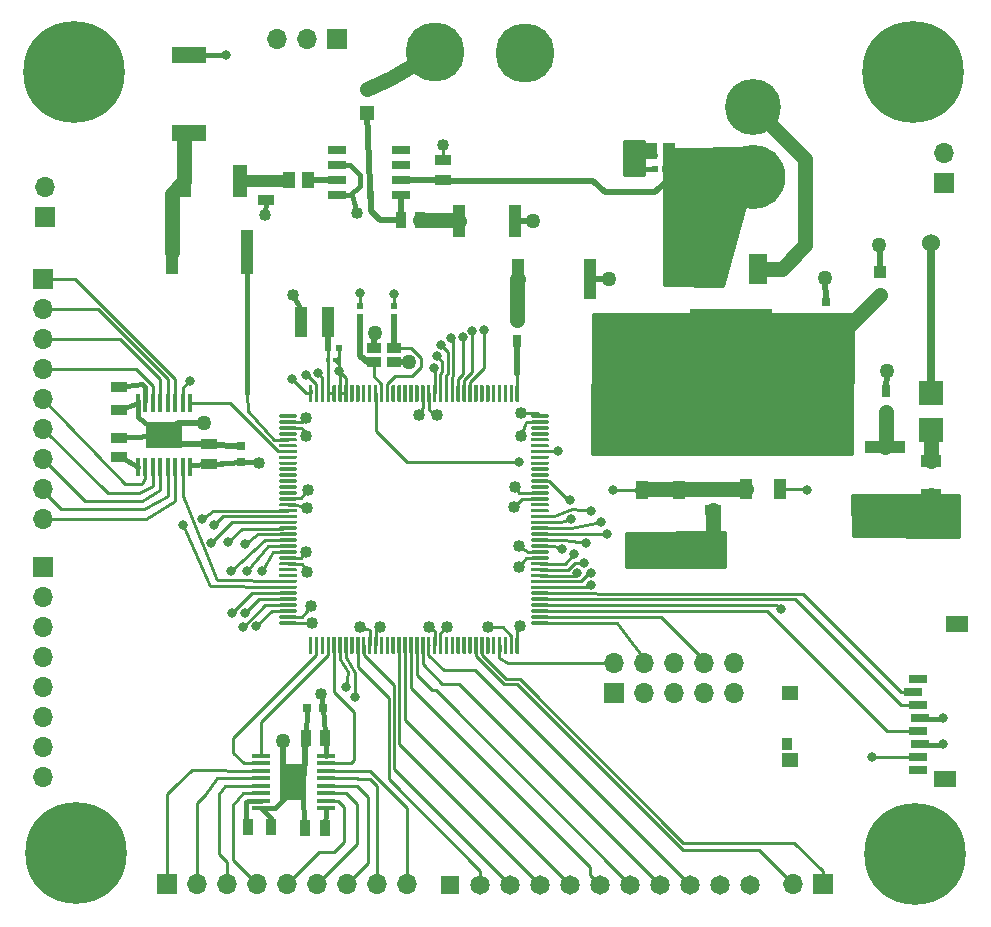
<source format=gbr>
G04 #@! TF.GenerationSoftware,KiCad,Pcbnew,(5.1.10)-1*
G04 #@! TF.CreationDate,2021-10-20T16:57:21-04:00*
G04 #@! TF.ProjectId,Main_Board,4d61696e-5f42-46f6-9172-642e6b696361,rev?*
G04 #@! TF.SameCoordinates,Original*
G04 #@! TF.FileFunction,Copper,L1,Top*
G04 #@! TF.FilePolarity,Positive*
%FSLAX46Y46*%
G04 Gerber Fmt 4.6, Leading zero omitted, Abs format (unit mm)*
G04 Created by KiCad (PCBNEW (5.1.10)-1) date 2021-10-20 16:57:21*
%MOMM*%
%LPD*%
G01*
G04 APERTURE LIST*
G04 #@! TA.AperFunction,ComponentPad*
%ADD10O,1.700000X1.700000*%
G04 #@! TD*
G04 #@! TA.AperFunction,ComponentPad*
%ADD11R,1.700000X1.700000*%
G04 #@! TD*
G04 #@! TA.AperFunction,ComponentPad*
%ADD12C,1.650000*%
G04 #@! TD*
G04 #@! TA.AperFunction,ComponentPad*
%ADD13R,1.650000X1.650000*%
G04 #@! TD*
G04 #@! TA.AperFunction,SMDPad,CuDef*
%ADD14R,2.000000X2.000000*%
G04 #@! TD*
G04 #@! TA.AperFunction,SMDPad,CuDef*
%ADD15R,0.620000X0.600000*%
G04 #@! TD*
G04 #@! TA.AperFunction,SMDPad,CuDef*
%ADD16R,1.000000X3.800000*%
G04 #@! TD*
G04 #@! TA.AperFunction,SMDPad,CuDef*
%ADD17R,1.528000X0.650000*%
G04 #@! TD*
G04 #@! TA.AperFunction,ComponentPad*
%ADD18C,4.740000*%
G04 #@! TD*
G04 #@! TA.AperFunction,ComponentPad*
%ADD19C,5.460000*%
G04 #@! TD*
G04 #@! TA.AperFunction,SMDPad,CuDef*
%ADD20R,1.000000X1.550000*%
G04 #@! TD*
G04 #@! TA.AperFunction,SMDPad,CuDef*
%ADD21R,1.390000X0.910000*%
G04 #@! TD*
G04 #@! TA.AperFunction,SMDPad,CuDef*
%ADD22R,0.910000X1.390000*%
G04 #@! TD*
G04 #@! TA.AperFunction,ComponentPad*
%ADD23R,1.100000X1.100000*%
G04 #@! TD*
G04 #@! TA.AperFunction,ComponentPad*
%ADD24C,1.100000*%
G04 #@! TD*
G04 #@! TA.AperFunction,ComponentPad*
%ADD25C,8.600000*%
G04 #@! TD*
G04 #@! TA.AperFunction,ComponentPad*
%ADD26C,0.900000*%
G04 #@! TD*
G04 #@! TA.AperFunction,SMDPad,CuDef*
%ADD27R,0.600000X0.620000*%
G04 #@! TD*
G04 #@! TA.AperFunction,SMDPad,CuDef*
%ADD28R,0.980000X1.430000*%
G04 #@! TD*
G04 #@! TA.AperFunction,ComponentPad*
%ADD29C,5.000000*%
G04 #@! TD*
G04 #@! TA.AperFunction,SMDPad,CuDef*
%ADD30R,1.500000X2.500000*%
G04 #@! TD*
G04 #@! TA.AperFunction,SMDPad,CuDef*
%ADD31R,7.000000X7.000000*%
G04 #@! TD*
G04 #@! TA.AperFunction,SMDPad,CuDef*
%ADD32R,1.500000X0.800000*%
G04 #@! TD*
G04 #@! TA.AperFunction,SMDPad,CuDef*
%ADD33R,1.400000X1.300000*%
G04 #@! TD*
G04 #@! TA.AperFunction,SMDPad,CuDef*
%ADD34R,0.950000X1.000000*%
G04 #@! TD*
G04 #@! TA.AperFunction,SMDPad,CuDef*
%ADD35R,1.900000X1.400000*%
G04 #@! TD*
G04 #@! TA.AperFunction,SMDPad,CuDef*
%ADD36R,1.550000X0.435000*%
G04 #@! TD*
G04 #@! TA.AperFunction,SMDPad,CuDef*
%ADD37R,2.209000X3.120000*%
G04 #@! TD*
G04 #@! TA.AperFunction,SMDPad,CuDef*
%ADD38R,3.120000X2.209000*%
G04 #@! TD*
G04 #@! TA.AperFunction,SMDPad,CuDef*
%ADD39R,0.435000X1.550000*%
G04 #@! TD*
G04 #@! TA.AperFunction,SMDPad,CuDef*
%ADD40R,0.950000X1.400000*%
G04 #@! TD*
G04 #@! TA.AperFunction,SMDPad,CuDef*
%ADD41R,1.400000X0.950000*%
G04 #@! TD*
G04 #@! TA.AperFunction,SMDPad,CuDef*
%ADD42R,1.250000X2.700000*%
G04 #@! TD*
G04 #@! TA.AperFunction,SMDPad,CuDef*
%ADD43R,2.900000X1.450000*%
G04 #@! TD*
G04 #@! TA.AperFunction,SMDPad,CuDef*
%ADD44R,1.100000X2.700000*%
G04 #@! TD*
G04 #@! TA.AperFunction,SMDPad,CuDef*
%ADD45R,0.700000X1.000000*%
G04 #@! TD*
G04 #@! TA.AperFunction,SMDPad,CuDef*
%ADD46R,3.400000X1.100000*%
G04 #@! TD*
G04 #@! TA.AperFunction,SMDPad,CuDef*
%ADD47R,1.700000X1.100000*%
G04 #@! TD*
G04 #@! TA.AperFunction,ComponentPad*
%ADD48R,1.150000X1.150000*%
G04 #@! TD*
G04 #@! TA.AperFunction,ComponentPad*
%ADD49C,1.150000*%
G04 #@! TD*
G04 #@! TA.AperFunction,SMDPad,CuDef*
%ADD50R,0.700000X0.700000*%
G04 #@! TD*
G04 #@! TA.AperFunction,SMDPad,CuDef*
%ADD51R,0.360000X0.330000*%
G04 #@! TD*
G04 #@! TA.AperFunction,SMDPad,CuDef*
%ADD52R,1.015000X2.540000*%
G04 #@! TD*
G04 #@! TA.AperFunction,SMDPad,CuDef*
%ADD53R,1.100000X1.700000*%
G04 #@! TD*
G04 #@! TA.AperFunction,SMDPad,CuDef*
%ADD54R,1.200000X0.850000*%
G04 #@! TD*
G04 #@! TA.AperFunction,SMDPad,CuDef*
%ADD55R,1.100000X3.400000*%
G04 #@! TD*
G04 #@! TA.AperFunction,ViaPad*
%ADD56C,1.270000*%
G04 #@! TD*
G04 #@! TA.AperFunction,ViaPad*
%ADD57C,1.016000*%
G04 #@! TD*
G04 #@! TA.AperFunction,ViaPad*
%ADD58C,0.800000*%
G04 #@! TD*
G04 #@! TA.AperFunction,ViaPad*
%ADD59C,1.524000*%
G04 #@! TD*
G04 #@! TA.AperFunction,Conductor*
%ADD60C,0.250000*%
G04 #@! TD*
G04 #@! TA.AperFunction,Conductor*
%ADD61C,0.508000*%
G04 #@! TD*
G04 #@! TA.AperFunction,Conductor*
%ADD62C,0.381000*%
G04 #@! TD*
G04 #@! TA.AperFunction,Conductor*
%ADD63C,1.270000*%
G04 #@! TD*
G04 #@! TA.AperFunction,Conductor*
%ADD64C,0.635000*%
G04 #@! TD*
G04 #@! TA.AperFunction,Conductor*
%ADD65C,1.016000*%
G04 #@! TD*
G04 #@! TA.AperFunction,Conductor*
%ADD66C,0.254000*%
G04 #@! TD*
G04 #@! TA.AperFunction,Conductor*
%ADD67C,0.100000*%
G04 #@! TD*
G04 APERTURE END LIST*
D10*
X88265000Y-39306500D03*
D11*
X88265000Y-41846500D03*
D12*
X147955000Y-98361500D03*
X145415000Y-98361500D03*
X142875000Y-98361500D03*
X140335000Y-98361500D03*
X137795000Y-98361500D03*
X135255000Y-98361500D03*
X132715000Y-98361500D03*
X130175000Y-98361500D03*
X127635000Y-98361500D03*
X125095000Y-98361500D03*
D13*
X122555000Y-98361500D03*
D14*
X163263580Y-59885580D03*
X163263580Y-56710580D03*
D15*
X114965480Y-49367180D03*
X114965480Y-50287180D03*
G04 #@! TA.AperFunction,SMDPad,CuDef*
G36*
G01*
X129507000Y-58537000D02*
X130832000Y-58537000D01*
G75*
G02*
X130907000Y-58612000I0J-75000D01*
G01*
X130907000Y-58762000D01*
G75*
G02*
X130832000Y-58837000I-75000J0D01*
G01*
X129507000Y-58837000D01*
G75*
G02*
X129432000Y-58762000I0J75000D01*
G01*
X129432000Y-58612000D01*
G75*
G02*
X129507000Y-58537000I75000J0D01*
G01*
G37*
G04 #@! TD.AperFunction*
G04 #@! TA.AperFunction,SMDPad,CuDef*
G36*
G01*
X129507000Y-59037000D02*
X130832000Y-59037000D01*
G75*
G02*
X130907000Y-59112000I0J-75000D01*
G01*
X130907000Y-59262000D01*
G75*
G02*
X130832000Y-59337000I-75000J0D01*
G01*
X129507000Y-59337000D01*
G75*
G02*
X129432000Y-59262000I0J75000D01*
G01*
X129432000Y-59112000D01*
G75*
G02*
X129507000Y-59037000I75000J0D01*
G01*
G37*
G04 #@! TD.AperFunction*
G04 #@! TA.AperFunction,SMDPad,CuDef*
G36*
G01*
X129507000Y-59537000D02*
X130832000Y-59537000D01*
G75*
G02*
X130907000Y-59612000I0J-75000D01*
G01*
X130907000Y-59762000D01*
G75*
G02*
X130832000Y-59837000I-75000J0D01*
G01*
X129507000Y-59837000D01*
G75*
G02*
X129432000Y-59762000I0J75000D01*
G01*
X129432000Y-59612000D01*
G75*
G02*
X129507000Y-59537000I75000J0D01*
G01*
G37*
G04 #@! TD.AperFunction*
G04 #@! TA.AperFunction,SMDPad,CuDef*
G36*
G01*
X129507000Y-60037000D02*
X130832000Y-60037000D01*
G75*
G02*
X130907000Y-60112000I0J-75000D01*
G01*
X130907000Y-60262000D01*
G75*
G02*
X130832000Y-60337000I-75000J0D01*
G01*
X129507000Y-60337000D01*
G75*
G02*
X129432000Y-60262000I0J75000D01*
G01*
X129432000Y-60112000D01*
G75*
G02*
X129507000Y-60037000I75000J0D01*
G01*
G37*
G04 #@! TD.AperFunction*
G04 #@! TA.AperFunction,SMDPad,CuDef*
G36*
G01*
X129507000Y-60537000D02*
X130832000Y-60537000D01*
G75*
G02*
X130907000Y-60612000I0J-75000D01*
G01*
X130907000Y-60762000D01*
G75*
G02*
X130832000Y-60837000I-75000J0D01*
G01*
X129507000Y-60837000D01*
G75*
G02*
X129432000Y-60762000I0J75000D01*
G01*
X129432000Y-60612000D01*
G75*
G02*
X129507000Y-60537000I75000J0D01*
G01*
G37*
G04 #@! TD.AperFunction*
G04 #@! TA.AperFunction,SMDPad,CuDef*
G36*
G01*
X129507000Y-61037000D02*
X130832000Y-61037000D01*
G75*
G02*
X130907000Y-61112000I0J-75000D01*
G01*
X130907000Y-61262000D01*
G75*
G02*
X130832000Y-61337000I-75000J0D01*
G01*
X129507000Y-61337000D01*
G75*
G02*
X129432000Y-61262000I0J75000D01*
G01*
X129432000Y-61112000D01*
G75*
G02*
X129507000Y-61037000I75000J0D01*
G01*
G37*
G04 #@! TD.AperFunction*
G04 #@! TA.AperFunction,SMDPad,CuDef*
G36*
G01*
X129507000Y-61537000D02*
X130832000Y-61537000D01*
G75*
G02*
X130907000Y-61612000I0J-75000D01*
G01*
X130907000Y-61762000D01*
G75*
G02*
X130832000Y-61837000I-75000J0D01*
G01*
X129507000Y-61837000D01*
G75*
G02*
X129432000Y-61762000I0J75000D01*
G01*
X129432000Y-61612000D01*
G75*
G02*
X129507000Y-61537000I75000J0D01*
G01*
G37*
G04 #@! TD.AperFunction*
G04 #@! TA.AperFunction,SMDPad,CuDef*
G36*
G01*
X129507000Y-62037000D02*
X130832000Y-62037000D01*
G75*
G02*
X130907000Y-62112000I0J-75000D01*
G01*
X130907000Y-62262000D01*
G75*
G02*
X130832000Y-62337000I-75000J0D01*
G01*
X129507000Y-62337000D01*
G75*
G02*
X129432000Y-62262000I0J75000D01*
G01*
X129432000Y-62112000D01*
G75*
G02*
X129507000Y-62037000I75000J0D01*
G01*
G37*
G04 #@! TD.AperFunction*
G04 #@! TA.AperFunction,SMDPad,CuDef*
G36*
G01*
X129507000Y-62537000D02*
X130832000Y-62537000D01*
G75*
G02*
X130907000Y-62612000I0J-75000D01*
G01*
X130907000Y-62762000D01*
G75*
G02*
X130832000Y-62837000I-75000J0D01*
G01*
X129507000Y-62837000D01*
G75*
G02*
X129432000Y-62762000I0J75000D01*
G01*
X129432000Y-62612000D01*
G75*
G02*
X129507000Y-62537000I75000J0D01*
G01*
G37*
G04 #@! TD.AperFunction*
G04 #@! TA.AperFunction,SMDPad,CuDef*
G36*
G01*
X129507000Y-63037000D02*
X130832000Y-63037000D01*
G75*
G02*
X130907000Y-63112000I0J-75000D01*
G01*
X130907000Y-63262000D01*
G75*
G02*
X130832000Y-63337000I-75000J0D01*
G01*
X129507000Y-63337000D01*
G75*
G02*
X129432000Y-63262000I0J75000D01*
G01*
X129432000Y-63112000D01*
G75*
G02*
X129507000Y-63037000I75000J0D01*
G01*
G37*
G04 #@! TD.AperFunction*
G04 #@! TA.AperFunction,SMDPad,CuDef*
G36*
G01*
X129507000Y-63537000D02*
X130832000Y-63537000D01*
G75*
G02*
X130907000Y-63612000I0J-75000D01*
G01*
X130907000Y-63762000D01*
G75*
G02*
X130832000Y-63837000I-75000J0D01*
G01*
X129507000Y-63837000D01*
G75*
G02*
X129432000Y-63762000I0J75000D01*
G01*
X129432000Y-63612000D01*
G75*
G02*
X129507000Y-63537000I75000J0D01*
G01*
G37*
G04 #@! TD.AperFunction*
G04 #@! TA.AperFunction,SMDPad,CuDef*
G36*
G01*
X129507000Y-64037000D02*
X130832000Y-64037000D01*
G75*
G02*
X130907000Y-64112000I0J-75000D01*
G01*
X130907000Y-64262000D01*
G75*
G02*
X130832000Y-64337000I-75000J0D01*
G01*
X129507000Y-64337000D01*
G75*
G02*
X129432000Y-64262000I0J75000D01*
G01*
X129432000Y-64112000D01*
G75*
G02*
X129507000Y-64037000I75000J0D01*
G01*
G37*
G04 #@! TD.AperFunction*
G04 #@! TA.AperFunction,SMDPad,CuDef*
G36*
G01*
X129507000Y-64537000D02*
X130832000Y-64537000D01*
G75*
G02*
X130907000Y-64612000I0J-75000D01*
G01*
X130907000Y-64762000D01*
G75*
G02*
X130832000Y-64837000I-75000J0D01*
G01*
X129507000Y-64837000D01*
G75*
G02*
X129432000Y-64762000I0J75000D01*
G01*
X129432000Y-64612000D01*
G75*
G02*
X129507000Y-64537000I75000J0D01*
G01*
G37*
G04 #@! TD.AperFunction*
G04 #@! TA.AperFunction,SMDPad,CuDef*
G36*
G01*
X129507000Y-65037000D02*
X130832000Y-65037000D01*
G75*
G02*
X130907000Y-65112000I0J-75000D01*
G01*
X130907000Y-65262000D01*
G75*
G02*
X130832000Y-65337000I-75000J0D01*
G01*
X129507000Y-65337000D01*
G75*
G02*
X129432000Y-65262000I0J75000D01*
G01*
X129432000Y-65112000D01*
G75*
G02*
X129507000Y-65037000I75000J0D01*
G01*
G37*
G04 #@! TD.AperFunction*
G04 #@! TA.AperFunction,SMDPad,CuDef*
G36*
G01*
X129507000Y-65537000D02*
X130832000Y-65537000D01*
G75*
G02*
X130907000Y-65612000I0J-75000D01*
G01*
X130907000Y-65762000D01*
G75*
G02*
X130832000Y-65837000I-75000J0D01*
G01*
X129507000Y-65837000D01*
G75*
G02*
X129432000Y-65762000I0J75000D01*
G01*
X129432000Y-65612000D01*
G75*
G02*
X129507000Y-65537000I75000J0D01*
G01*
G37*
G04 #@! TD.AperFunction*
G04 #@! TA.AperFunction,SMDPad,CuDef*
G36*
G01*
X129507000Y-66037000D02*
X130832000Y-66037000D01*
G75*
G02*
X130907000Y-66112000I0J-75000D01*
G01*
X130907000Y-66262000D01*
G75*
G02*
X130832000Y-66337000I-75000J0D01*
G01*
X129507000Y-66337000D01*
G75*
G02*
X129432000Y-66262000I0J75000D01*
G01*
X129432000Y-66112000D01*
G75*
G02*
X129507000Y-66037000I75000J0D01*
G01*
G37*
G04 #@! TD.AperFunction*
G04 #@! TA.AperFunction,SMDPad,CuDef*
G36*
G01*
X129507000Y-66537000D02*
X130832000Y-66537000D01*
G75*
G02*
X130907000Y-66612000I0J-75000D01*
G01*
X130907000Y-66762000D01*
G75*
G02*
X130832000Y-66837000I-75000J0D01*
G01*
X129507000Y-66837000D01*
G75*
G02*
X129432000Y-66762000I0J75000D01*
G01*
X129432000Y-66612000D01*
G75*
G02*
X129507000Y-66537000I75000J0D01*
G01*
G37*
G04 #@! TD.AperFunction*
G04 #@! TA.AperFunction,SMDPad,CuDef*
G36*
G01*
X129507000Y-67037000D02*
X130832000Y-67037000D01*
G75*
G02*
X130907000Y-67112000I0J-75000D01*
G01*
X130907000Y-67262000D01*
G75*
G02*
X130832000Y-67337000I-75000J0D01*
G01*
X129507000Y-67337000D01*
G75*
G02*
X129432000Y-67262000I0J75000D01*
G01*
X129432000Y-67112000D01*
G75*
G02*
X129507000Y-67037000I75000J0D01*
G01*
G37*
G04 #@! TD.AperFunction*
G04 #@! TA.AperFunction,SMDPad,CuDef*
G36*
G01*
X129507000Y-67537000D02*
X130832000Y-67537000D01*
G75*
G02*
X130907000Y-67612000I0J-75000D01*
G01*
X130907000Y-67762000D01*
G75*
G02*
X130832000Y-67837000I-75000J0D01*
G01*
X129507000Y-67837000D01*
G75*
G02*
X129432000Y-67762000I0J75000D01*
G01*
X129432000Y-67612000D01*
G75*
G02*
X129507000Y-67537000I75000J0D01*
G01*
G37*
G04 #@! TD.AperFunction*
G04 #@! TA.AperFunction,SMDPad,CuDef*
G36*
G01*
X129507000Y-68037000D02*
X130832000Y-68037000D01*
G75*
G02*
X130907000Y-68112000I0J-75000D01*
G01*
X130907000Y-68262000D01*
G75*
G02*
X130832000Y-68337000I-75000J0D01*
G01*
X129507000Y-68337000D01*
G75*
G02*
X129432000Y-68262000I0J75000D01*
G01*
X129432000Y-68112000D01*
G75*
G02*
X129507000Y-68037000I75000J0D01*
G01*
G37*
G04 #@! TD.AperFunction*
G04 #@! TA.AperFunction,SMDPad,CuDef*
G36*
G01*
X129507000Y-68537000D02*
X130832000Y-68537000D01*
G75*
G02*
X130907000Y-68612000I0J-75000D01*
G01*
X130907000Y-68762000D01*
G75*
G02*
X130832000Y-68837000I-75000J0D01*
G01*
X129507000Y-68837000D01*
G75*
G02*
X129432000Y-68762000I0J75000D01*
G01*
X129432000Y-68612000D01*
G75*
G02*
X129507000Y-68537000I75000J0D01*
G01*
G37*
G04 #@! TD.AperFunction*
G04 #@! TA.AperFunction,SMDPad,CuDef*
G36*
G01*
X129507000Y-69037000D02*
X130832000Y-69037000D01*
G75*
G02*
X130907000Y-69112000I0J-75000D01*
G01*
X130907000Y-69262000D01*
G75*
G02*
X130832000Y-69337000I-75000J0D01*
G01*
X129507000Y-69337000D01*
G75*
G02*
X129432000Y-69262000I0J75000D01*
G01*
X129432000Y-69112000D01*
G75*
G02*
X129507000Y-69037000I75000J0D01*
G01*
G37*
G04 #@! TD.AperFunction*
G04 #@! TA.AperFunction,SMDPad,CuDef*
G36*
G01*
X129507000Y-69537000D02*
X130832000Y-69537000D01*
G75*
G02*
X130907000Y-69612000I0J-75000D01*
G01*
X130907000Y-69762000D01*
G75*
G02*
X130832000Y-69837000I-75000J0D01*
G01*
X129507000Y-69837000D01*
G75*
G02*
X129432000Y-69762000I0J75000D01*
G01*
X129432000Y-69612000D01*
G75*
G02*
X129507000Y-69537000I75000J0D01*
G01*
G37*
G04 #@! TD.AperFunction*
G04 #@! TA.AperFunction,SMDPad,CuDef*
G36*
G01*
X129507000Y-70037000D02*
X130832000Y-70037000D01*
G75*
G02*
X130907000Y-70112000I0J-75000D01*
G01*
X130907000Y-70262000D01*
G75*
G02*
X130832000Y-70337000I-75000J0D01*
G01*
X129507000Y-70337000D01*
G75*
G02*
X129432000Y-70262000I0J75000D01*
G01*
X129432000Y-70112000D01*
G75*
G02*
X129507000Y-70037000I75000J0D01*
G01*
G37*
G04 #@! TD.AperFunction*
G04 #@! TA.AperFunction,SMDPad,CuDef*
G36*
G01*
X129507000Y-70537000D02*
X130832000Y-70537000D01*
G75*
G02*
X130907000Y-70612000I0J-75000D01*
G01*
X130907000Y-70762000D01*
G75*
G02*
X130832000Y-70837000I-75000J0D01*
G01*
X129507000Y-70837000D01*
G75*
G02*
X129432000Y-70762000I0J75000D01*
G01*
X129432000Y-70612000D01*
G75*
G02*
X129507000Y-70537000I75000J0D01*
G01*
G37*
G04 #@! TD.AperFunction*
G04 #@! TA.AperFunction,SMDPad,CuDef*
G36*
G01*
X129507000Y-71037000D02*
X130832000Y-71037000D01*
G75*
G02*
X130907000Y-71112000I0J-75000D01*
G01*
X130907000Y-71262000D01*
G75*
G02*
X130832000Y-71337000I-75000J0D01*
G01*
X129507000Y-71337000D01*
G75*
G02*
X129432000Y-71262000I0J75000D01*
G01*
X129432000Y-71112000D01*
G75*
G02*
X129507000Y-71037000I75000J0D01*
G01*
G37*
G04 #@! TD.AperFunction*
G04 #@! TA.AperFunction,SMDPad,CuDef*
G36*
G01*
X129507000Y-71537000D02*
X130832000Y-71537000D01*
G75*
G02*
X130907000Y-71612000I0J-75000D01*
G01*
X130907000Y-71762000D01*
G75*
G02*
X130832000Y-71837000I-75000J0D01*
G01*
X129507000Y-71837000D01*
G75*
G02*
X129432000Y-71762000I0J75000D01*
G01*
X129432000Y-71612000D01*
G75*
G02*
X129507000Y-71537000I75000J0D01*
G01*
G37*
G04 #@! TD.AperFunction*
G04 #@! TA.AperFunction,SMDPad,CuDef*
G36*
G01*
X129507000Y-72037000D02*
X130832000Y-72037000D01*
G75*
G02*
X130907000Y-72112000I0J-75000D01*
G01*
X130907000Y-72262000D01*
G75*
G02*
X130832000Y-72337000I-75000J0D01*
G01*
X129507000Y-72337000D01*
G75*
G02*
X129432000Y-72262000I0J75000D01*
G01*
X129432000Y-72112000D01*
G75*
G02*
X129507000Y-72037000I75000J0D01*
G01*
G37*
G04 #@! TD.AperFunction*
G04 #@! TA.AperFunction,SMDPad,CuDef*
G36*
G01*
X129507000Y-72537000D02*
X130832000Y-72537000D01*
G75*
G02*
X130907000Y-72612000I0J-75000D01*
G01*
X130907000Y-72762000D01*
G75*
G02*
X130832000Y-72837000I-75000J0D01*
G01*
X129507000Y-72837000D01*
G75*
G02*
X129432000Y-72762000I0J75000D01*
G01*
X129432000Y-72612000D01*
G75*
G02*
X129507000Y-72537000I75000J0D01*
G01*
G37*
G04 #@! TD.AperFunction*
G04 #@! TA.AperFunction,SMDPad,CuDef*
G36*
G01*
X129507000Y-73037000D02*
X130832000Y-73037000D01*
G75*
G02*
X130907000Y-73112000I0J-75000D01*
G01*
X130907000Y-73262000D01*
G75*
G02*
X130832000Y-73337000I-75000J0D01*
G01*
X129507000Y-73337000D01*
G75*
G02*
X129432000Y-73262000I0J75000D01*
G01*
X129432000Y-73112000D01*
G75*
G02*
X129507000Y-73037000I75000J0D01*
G01*
G37*
G04 #@! TD.AperFunction*
G04 #@! TA.AperFunction,SMDPad,CuDef*
G36*
G01*
X129507000Y-73537000D02*
X130832000Y-73537000D01*
G75*
G02*
X130907000Y-73612000I0J-75000D01*
G01*
X130907000Y-73762000D01*
G75*
G02*
X130832000Y-73837000I-75000J0D01*
G01*
X129507000Y-73837000D01*
G75*
G02*
X129432000Y-73762000I0J75000D01*
G01*
X129432000Y-73612000D01*
G75*
G02*
X129507000Y-73537000I75000J0D01*
G01*
G37*
G04 #@! TD.AperFunction*
G04 #@! TA.AperFunction,SMDPad,CuDef*
G36*
G01*
X129507000Y-74037000D02*
X130832000Y-74037000D01*
G75*
G02*
X130907000Y-74112000I0J-75000D01*
G01*
X130907000Y-74262000D01*
G75*
G02*
X130832000Y-74337000I-75000J0D01*
G01*
X129507000Y-74337000D01*
G75*
G02*
X129432000Y-74262000I0J75000D01*
G01*
X129432000Y-74112000D01*
G75*
G02*
X129507000Y-74037000I75000J0D01*
G01*
G37*
G04 #@! TD.AperFunction*
G04 #@! TA.AperFunction,SMDPad,CuDef*
G36*
G01*
X129507000Y-74537000D02*
X130832000Y-74537000D01*
G75*
G02*
X130907000Y-74612000I0J-75000D01*
G01*
X130907000Y-74762000D01*
G75*
G02*
X130832000Y-74837000I-75000J0D01*
G01*
X129507000Y-74837000D01*
G75*
G02*
X129432000Y-74762000I0J75000D01*
G01*
X129432000Y-74612000D01*
G75*
G02*
X129507000Y-74537000I75000J0D01*
G01*
G37*
G04 #@! TD.AperFunction*
G04 #@! TA.AperFunction,SMDPad,CuDef*
G36*
G01*
X129507000Y-75037000D02*
X130832000Y-75037000D01*
G75*
G02*
X130907000Y-75112000I0J-75000D01*
G01*
X130907000Y-75262000D01*
G75*
G02*
X130832000Y-75337000I-75000J0D01*
G01*
X129507000Y-75337000D01*
G75*
G02*
X129432000Y-75262000I0J75000D01*
G01*
X129432000Y-75112000D01*
G75*
G02*
X129507000Y-75037000I75000J0D01*
G01*
G37*
G04 #@! TD.AperFunction*
G04 #@! TA.AperFunction,SMDPad,CuDef*
G36*
G01*
X129507000Y-75537000D02*
X130832000Y-75537000D01*
G75*
G02*
X130907000Y-75612000I0J-75000D01*
G01*
X130907000Y-75762000D01*
G75*
G02*
X130832000Y-75837000I-75000J0D01*
G01*
X129507000Y-75837000D01*
G75*
G02*
X129432000Y-75762000I0J75000D01*
G01*
X129432000Y-75612000D01*
G75*
G02*
X129507000Y-75537000I75000J0D01*
G01*
G37*
G04 #@! TD.AperFunction*
G04 #@! TA.AperFunction,SMDPad,CuDef*
G36*
G01*
X129507000Y-76037000D02*
X130832000Y-76037000D01*
G75*
G02*
X130907000Y-76112000I0J-75000D01*
G01*
X130907000Y-76262000D01*
G75*
G02*
X130832000Y-76337000I-75000J0D01*
G01*
X129507000Y-76337000D01*
G75*
G02*
X129432000Y-76262000I0J75000D01*
G01*
X129432000Y-76112000D01*
G75*
G02*
X129507000Y-76037000I75000J0D01*
G01*
G37*
G04 #@! TD.AperFunction*
G04 #@! TA.AperFunction,SMDPad,CuDef*
G36*
G01*
X128182000Y-77362000D02*
X128332000Y-77362000D01*
G75*
G02*
X128407000Y-77437000I0J-75000D01*
G01*
X128407000Y-78762000D01*
G75*
G02*
X128332000Y-78837000I-75000J0D01*
G01*
X128182000Y-78837000D01*
G75*
G02*
X128107000Y-78762000I0J75000D01*
G01*
X128107000Y-77437000D01*
G75*
G02*
X128182000Y-77362000I75000J0D01*
G01*
G37*
G04 #@! TD.AperFunction*
G04 #@! TA.AperFunction,SMDPad,CuDef*
G36*
G01*
X127682000Y-77362000D02*
X127832000Y-77362000D01*
G75*
G02*
X127907000Y-77437000I0J-75000D01*
G01*
X127907000Y-78762000D01*
G75*
G02*
X127832000Y-78837000I-75000J0D01*
G01*
X127682000Y-78837000D01*
G75*
G02*
X127607000Y-78762000I0J75000D01*
G01*
X127607000Y-77437000D01*
G75*
G02*
X127682000Y-77362000I75000J0D01*
G01*
G37*
G04 #@! TD.AperFunction*
G04 #@! TA.AperFunction,SMDPad,CuDef*
G36*
G01*
X127182000Y-77362000D02*
X127332000Y-77362000D01*
G75*
G02*
X127407000Y-77437000I0J-75000D01*
G01*
X127407000Y-78762000D01*
G75*
G02*
X127332000Y-78837000I-75000J0D01*
G01*
X127182000Y-78837000D01*
G75*
G02*
X127107000Y-78762000I0J75000D01*
G01*
X127107000Y-77437000D01*
G75*
G02*
X127182000Y-77362000I75000J0D01*
G01*
G37*
G04 #@! TD.AperFunction*
G04 #@! TA.AperFunction,SMDPad,CuDef*
G36*
G01*
X126682000Y-77362000D02*
X126832000Y-77362000D01*
G75*
G02*
X126907000Y-77437000I0J-75000D01*
G01*
X126907000Y-78762000D01*
G75*
G02*
X126832000Y-78837000I-75000J0D01*
G01*
X126682000Y-78837000D01*
G75*
G02*
X126607000Y-78762000I0J75000D01*
G01*
X126607000Y-77437000D01*
G75*
G02*
X126682000Y-77362000I75000J0D01*
G01*
G37*
G04 #@! TD.AperFunction*
G04 #@! TA.AperFunction,SMDPad,CuDef*
G36*
G01*
X126182000Y-77362000D02*
X126332000Y-77362000D01*
G75*
G02*
X126407000Y-77437000I0J-75000D01*
G01*
X126407000Y-78762000D01*
G75*
G02*
X126332000Y-78837000I-75000J0D01*
G01*
X126182000Y-78837000D01*
G75*
G02*
X126107000Y-78762000I0J75000D01*
G01*
X126107000Y-77437000D01*
G75*
G02*
X126182000Y-77362000I75000J0D01*
G01*
G37*
G04 #@! TD.AperFunction*
G04 #@! TA.AperFunction,SMDPad,CuDef*
G36*
G01*
X125682000Y-77362000D02*
X125832000Y-77362000D01*
G75*
G02*
X125907000Y-77437000I0J-75000D01*
G01*
X125907000Y-78762000D01*
G75*
G02*
X125832000Y-78837000I-75000J0D01*
G01*
X125682000Y-78837000D01*
G75*
G02*
X125607000Y-78762000I0J75000D01*
G01*
X125607000Y-77437000D01*
G75*
G02*
X125682000Y-77362000I75000J0D01*
G01*
G37*
G04 #@! TD.AperFunction*
G04 #@! TA.AperFunction,SMDPad,CuDef*
G36*
G01*
X125182000Y-77362000D02*
X125332000Y-77362000D01*
G75*
G02*
X125407000Y-77437000I0J-75000D01*
G01*
X125407000Y-78762000D01*
G75*
G02*
X125332000Y-78837000I-75000J0D01*
G01*
X125182000Y-78837000D01*
G75*
G02*
X125107000Y-78762000I0J75000D01*
G01*
X125107000Y-77437000D01*
G75*
G02*
X125182000Y-77362000I75000J0D01*
G01*
G37*
G04 #@! TD.AperFunction*
G04 #@! TA.AperFunction,SMDPad,CuDef*
G36*
G01*
X124682000Y-77362000D02*
X124832000Y-77362000D01*
G75*
G02*
X124907000Y-77437000I0J-75000D01*
G01*
X124907000Y-78762000D01*
G75*
G02*
X124832000Y-78837000I-75000J0D01*
G01*
X124682000Y-78837000D01*
G75*
G02*
X124607000Y-78762000I0J75000D01*
G01*
X124607000Y-77437000D01*
G75*
G02*
X124682000Y-77362000I75000J0D01*
G01*
G37*
G04 #@! TD.AperFunction*
G04 #@! TA.AperFunction,SMDPad,CuDef*
G36*
G01*
X124182000Y-77362000D02*
X124332000Y-77362000D01*
G75*
G02*
X124407000Y-77437000I0J-75000D01*
G01*
X124407000Y-78762000D01*
G75*
G02*
X124332000Y-78837000I-75000J0D01*
G01*
X124182000Y-78837000D01*
G75*
G02*
X124107000Y-78762000I0J75000D01*
G01*
X124107000Y-77437000D01*
G75*
G02*
X124182000Y-77362000I75000J0D01*
G01*
G37*
G04 #@! TD.AperFunction*
G04 #@! TA.AperFunction,SMDPad,CuDef*
G36*
G01*
X123682000Y-77362000D02*
X123832000Y-77362000D01*
G75*
G02*
X123907000Y-77437000I0J-75000D01*
G01*
X123907000Y-78762000D01*
G75*
G02*
X123832000Y-78837000I-75000J0D01*
G01*
X123682000Y-78837000D01*
G75*
G02*
X123607000Y-78762000I0J75000D01*
G01*
X123607000Y-77437000D01*
G75*
G02*
X123682000Y-77362000I75000J0D01*
G01*
G37*
G04 #@! TD.AperFunction*
G04 #@! TA.AperFunction,SMDPad,CuDef*
G36*
G01*
X123182000Y-77362000D02*
X123332000Y-77362000D01*
G75*
G02*
X123407000Y-77437000I0J-75000D01*
G01*
X123407000Y-78762000D01*
G75*
G02*
X123332000Y-78837000I-75000J0D01*
G01*
X123182000Y-78837000D01*
G75*
G02*
X123107000Y-78762000I0J75000D01*
G01*
X123107000Y-77437000D01*
G75*
G02*
X123182000Y-77362000I75000J0D01*
G01*
G37*
G04 #@! TD.AperFunction*
G04 #@! TA.AperFunction,SMDPad,CuDef*
G36*
G01*
X122682000Y-77362000D02*
X122832000Y-77362000D01*
G75*
G02*
X122907000Y-77437000I0J-75000D01*
G01*
X122907000Y-78762000D01*
G75*
G02*
X122832000Y-78837000I-75000J0D01*
G01*
X122682000Y-78837000D01*
G75*
G02*
X122607000Y-78762000I0J75000D01*
G01*
X122607000Y-77437000D01*
G75*
G02*
X122682000Y-77362000I75000J0D01*
G01*
G37*
G04 #@! TD.AperFunction*
G04 #@! TA.AperFunction,SMDPad,CuDef*
G36*
G01*
X122182000Y-77362000D02*
X122332000Y-77362000D01*
G75*
G02*
X122407000Y-77437000I0J-75000D01*
G01*
X122407000Y-78762000D01*
G75*
G02*
X122332000Y-78837000I-75000J0D01*
G01*
X122182000Y-78837000D01*
G75*
G02*
X122107000Y-78762000I0J75000D01*
G01*
X122107000Y-77437000D01*
G75*
G02*
X122182000Y-77362000I75000J0D01*
G01*
G37*
G04 #@! TD.AperFunction*
G04 #@! TA.AperFunction,SMDPad,CuDef*
G36*
G01*
X121682000Y-77362000D02*
X121832000Y-77362000D01*
G75*
G02*
X121907000Y-77437000I0J-75000D01*
G01*
X121907000Y-78762000D01*
G75*
G02*
X121832000Y-78837000I-75000J0D01*
G01*
X121682000Y-78837000D01*
G75*
G02*
X121607000Y-78762000I0J75000D01*
G01*
X121607000Y-77437000D01*
G75*
G02*
X121682000Y-77362000I75000J0D01*
G01*
G37*
G04 #@! TD.AperFunction*
G04 #@! TA.AperFunction,SMDPad,CuDef*
G36*
G01*
X121182000Y-77362000D02*
X121332000Y-77362000D01*
G75*
G02*
X121407000Y-77437000I0J-75000D01*
G01*
X121407000Y-78762000D01*
G75*
G02*
X121332000Y-78837000I-75000J0D01*
G01*
X121182000Y-78837000D01*
G75*
G02*
X121107000Y-78762000I0J75000D01*
G01*
X121107000Y-77437000D01*
G75*
G02*
X121182000Y-77362000I75000J0D01*
G01*
G37*
G04 #@! TD.AperFunction*
G04 #@! TA.AperFunction,SMDPad,CuDef*
G36*
G01*
X120682000Y-77362000D02*
X120832000Y-77362000D01*
G75*
G02*
X120907000Y-77437000I0J-75000D01*
G01*
X120907000Y-78762000D01*
G75*
G02*
X120832000Y-78837000I-75000J0D01*
G01*
X120682000Y-78837000D01*
G75*
G02*
X120607000Y-78762000I0J75000D01*
G01*
X120607000Y-77437000D01*
G75*
G02*
X120682000Y-77362000I75000J0D01*
G01*
G37*
G04 #@! TD.AperFunction*
G04 #@! TA.AperFunction,SMDPad,CuDef*
G36*
G01*
X120182000Y-77362000D02*
X120332000Y-77362000D01*
G75*
G02*
X120407000Y-77437000I0J-75000D01*
G01*
X120407000Y-78762000D01*
G75*
G02*
X120332000Y-78837000I-75000J0D01*
G01*
X120182000Y-78837000D01*
G75*
G02*
X120107000Y-78762000I0J75000D01*
G01*
X120107000Y-77437000D01*
G75*
G02*
X120182000Y-77362000I75000J0D01*
G01*
G37*
G04 #@! TD.AperFunction*
G04 #@! TA.AperFunction,SMDPad,CuDef*
G36*
G01*
X119682000Y-77362000D02*
X119832000Y-77362000D01*
G75*
G02*
X119907000Y-77437000I0J-75000D01*
G01*
X119907000Y-78762000D01*
G75*
G02*
X119832000Y-78837000I-75000J0D01*
G01*
X119682000Y-78837000D01*
G75*
G02*
X119607000Y-78762000I0J75000D01*
G01*
X119607000Y-77437000D01*
G75*
G02*
X119682000Y-77362000I75000J0D01*
G01*
G37*
G04 #@! TD.AperFunction*
G04 #@! TA.AperFunction,SMDPad,CuDef*
G36*
G01*
X119182000Y-77362000D02*
X119332000Y-77362000D01*
G75*
G02*
X119407000Y-77437000I0J-75000D01*
G01*
X119407000Y-78762000D01*
G75*
G02*
X119332000Y-78837000I-75000J0D01*
G01*
X119182000Y-78837000D01*
G75*
G02*
X119107000Y-78762000I0J75000D01*
G01*
X119107000Y-77437000D01*
G75*
G02*
X119182000Y-77362000I75000J0D01*
G01*
G37*
G04 #@! TD.AperFunction*
G04 #@! TA.AperFunction,SMDPad,CuDef*
G36*
G01*
X118682000Y-77362000D02*
X118832000Y-77362000D01*
G75*
G02*
X118907000Y-77437000I0J-75000D01*
G01*
X118907000Y-78762000D01*
G75*
G02*
X118832000Y-78837000I-75000J0D01*
G01*
X118682000Y-78837000D01*
G75*
G02*
X118607000Y-78762000I0J75000D01*
G01*
X118607000Y-77437000D01*
G75*
G02*
X118682000Y-77362000I75000J0D01*
G01*
G37*
G04 #@! TD.AperFunction*
G04 #@! TA.AperFunction,SMDPad,CuDef*
G36*
G01*
X118182000Y-77362000D02*
X118332000Y-77362000D01*
G75*
G02*
X118407000Y-77437000I0J-75000D01*
G01*
X118407000Y-78762000D01*
G75*
G02*
X118332000Y-78837000I-75000J0D01*
G01*
X118182000Y-78837000D01*
G75*
G02*
X118107000Y-78762000I0J75000D01*
G01*
X118107000Y-77437000D01*
G75*
G02*
X118182000Y-77362000I75000J0D01*
G01*
G37*
G04 #@! TD.AperFunction*
G04 #@! TA.AperFunction,SMDPad,CuDef*
G36*
G01*
X117682000Y-77362000D02*
X117832000Y-77362000D01*
G75*
G02*
X117907000Y-77437000I0J-75000D01*
G01*
X117907000Y-78762000D01*
G75*
G02*
X117832000Y-78837000I-75000J0D01*
G01*
X117682000Y-78837000D01*
G75*
G02*
X117607000Y-78762000I0J75000D01*
G01*
X117607000Y-77437000D01*
G75*
G02*
X117682000Y-77362000I75000J0D01*
G01*
G37*
G04 #@! TD.AperFunction*
G04 #@! TA.AperFunction,SMDPad,CuDef*
G36*
G01*
X117182000Y-77362000D02*
X117332000Y-77362000D01*
G75*
G02*
X117407000Y-77437000I0J-75000D01*
G01*
X117407000Y-78762000D01*
G75*
G02*
X117332000Y-78837000I-75000J0D01*
G01*
X117182000Y-78837000D01*
G75*
G02*
X117107000Y-78762000I0J75000D01*
G01*
X117107000Y-77437000D01*
G75*
G02*
X117182000Y-77362000I75000J0D01*
G01*
G37*
G04 #@! TD.AperFunction*
G04 #@! TA.AperFunction,SMDPad,CuDef*
G36*
G01*
X116682000Y-77362000D02*
X116832000Y-77362000D01*
G75*
G02*
X116907000Y-77437000I0J-75000D01*
G01*
X116907000Y-78762000D01*
G75*
G02*
X116832000Y-78837000I-75000J0D01*
G01*
X116682000Y-78837000D01*
G75*
G02*
X116607000Y-78762000I0J75000D01*
G01*
X116607000Y-77437000D01*
G75*
G02*
X116682000Y-77362000I75000J0D01*
G01*
G37*
G04 #@! TD.AperFunction*
G04 #@! TA.AperFunction,SMDPad,CuDef*
G36*
G01*
X116182000Y-77362000D02*
X116332000Y-77362000D01*
G75*
G02*
X116407000Y-77437000I0J-75000D01*
G01*
X116407000Y-78762000D01*
G75*
G02*
X116332000Y-78837000I-75000J0D01*
G01*
X116182000Y-78837000D01*
G75*
G02*
X116107000Y-78762000I0J75000D01*
G01*
X116107000Y-77437000D01*
G75*
G02*
X116182000Y-77362000I75000J0D01*
G01*
G37*
G04 #@! TD.AperFunction*
G04 #@! TA.AperFunction,SMDPad,CuDef*
G36*
G01*
X115682000Y-77362000D02*
X115832000Y-77362000D01*
G75*
G02*
X115907000Y-77437000I0J-75000D01*
G01*
X115907000Y-78762000D01*
G75*
G02*
X115832000Y-78837000I-75000J0D01*
G01*
X115682000Y-78837000D01*
G75*
G02*
X115607000Y-78762000I0J75000D01*
G01*
X115607000Y-77437000D01*
G75*
G02*
X115682000Y-77362000I75000J0D01*
G01*
G37*
G04 #@! TD.AperFunction*
G04 #@! TA.AperFunction,SMDPad,CuDef*
G36*
G01*
X115182000Y-77362000D02*
X115332000Y-77362000D01*
G75*
G02*
X115407000Y-77437000I0J-75000D01*
G01*
X115407000Y-78762000D01*
G75*
G02*
X115332000Y-78837000I-75000J0D01*
G01*
X115182000Y-78837000D01*
G75*
G02*
X115107000Y-78762000I0J75000D01*
G01*
X115107000Y-77437000D01*
G75*
G02*
X115182000Y-77362000I75000J0D01*
G01*
G37*
G04 #@! TD.AperFunction*
G04 #@! TA.AperFunction,SMDPad,CuDef*
G36*
G01*
X114682000Y-77362000D02*
X114832000Y-77362000D01*
G75*
G02*
X114907000Y-77437000I0J-75000D01*
G01*
X114907000Y-78762000D01*
G75*
G02*
X114832000Y-78837000I-75000J0D01*
G01*
X114682000Y-78837000D01*
G75*
G02*
X114607000Y-78762000I0J75000D01*
G01*
X114607000Y-77437000D01*
G75*
G02*
X114682000Y-77362000I75000J0D01*
G01*
G37*
G04 #@! TD.AperFunction*
G04 #@! TA.AperFunction,SMDPad,CuDef*
G36*
G01*
X114182000Y-77362000D02*
X114332000Y-77362000D01*
G75*
G02*
X114407000Y-77437000I0J-75000D01*
G01*
X114407000Y-78762000D01*
G75*
G02*
X114332000Y-78837000I-75000J0D01*
G01*
X114182000Y-78837000D01*
G75*
G02*
X114107000Y-78762000I0J75000D01*
G01*
X114107000Y-77437000D01*
G75*
G02*
X114182000Y-77362000I75000J0D01*
G01*
G37*
G04 #@! TD.AperFunction*
G04 #@! TA.AperFunction,SMDPad,CuDef*
G36*
G01*
X113682000Y-77362000D02*
X113832000Y-77362000D01*
G75*
G02*
X113907000Y-77437000I0J-75000D01*
G01*
X113907000Y-78762000D01*
G75*
G02*
X113832000Y-78837000I-75000J0D01*
G01*
X113682000Y-78837000D01*
G75*
G02*
X113607000Y-78762000I0J75000D01*
G01*
X113607000Y-77437000D01*
G75*
G02*
X113682000Y-77362000I75000J0D01*
G01*
G37*
G04 #@! TD.AperFunction*
G04 #@! TA.AperFunction,SMDPad,CuDef*
G36*
G01*
X113182000Y-77362000D02*
X113332000Y-77362000D01*
G75*
G02*
X113407000Y-77437000I0J-75000D01*
G01*
X113407000Y-78762000D01*
G75*
G02*
X113332000Y-78837000I-75000J0D01*
G01*
X113182000Y-78837000D01*
G75*
G02*
X113107000Y-78762000I0J75000D01*
G01*
X113107000Y-77437000D01*
G75*
G02*
X113182000Y-77362000I75000J0D01*
G01*
G37*
G04 #@! TD.AperFunction*
G04 #@! TA.AperFunction,SMDPad,CuDef*
G36*
G01*
X112682000Y-77362000D02*
X112832000Y-77362000D01*
G75*
G02*
X112907000Y-77437000I0J-75000D01*
G01*
X112907000Y-78762000D01*
G75*
G02*
X112832000Y-78837000I-75000J0D01*
G01*
X112682000Y-78837000D01*
G75*
G02*
X112607000Y-78762000I0J75000D01*
G01*
X112607000Y-77437000D01*
G75*
G02*
X112682000Y-77362000I75000J0D01*
G01*
G37*
G04 #@! TD.AperFunction*
G04 #@! TA.AperFunction,SMDPad,CuDef*
G36*
G01*
X112182000Y-77362000D02*
X112332000Y-77362000D01*
G75*
G02*
X112407000Y-77437000I0J-75000D01*
G01*
X112407000Y-78762000D01*
G75*
G02*
X112332000Y-78837000I-75000J0D01*
G01*
X112182000Y-78837000D01*
G75*
G02*
X112107000Y-78762000I0J75000D01*
G01*
X112107000Y-77437000D01*
G75*
G02*
X112182000Y-77362000I75000J0D01*
G01*
G37*
G04 #@! TD.AperFunction*
G04 #@! TA.AperFunction,SMDPad,CuDef*
G36*
G01*
X111682000Y-77362000D02*
X111832000Y-77362000D01*
G75*
G02*
X111907000Y-77437000I0J-75000D01*
G01*
X111907000Y-78762000D01*
G75*
G02*
X111832000Y-78837000I-75000J0D01*
G01*
X111682000Y-78837000D01*
G75*
G02*
X111607000Y-78762000I0J75000D01*
G01*
X111607000Y-77437000D01*
G75*
G02*
X111682000Y-77362000I75000J0D01*
G01*
G37*
G04 #@! TD.AperFunction*
G04 #@! TA.AperFunction,SMDPad,CuDef*
G36*
G01*
X111182000Y-77362000D02*
X111332000Y-77362000D01*
G75*
G02*
X111407000Y-77437000I0J-75000D01*
G01*
X111407000Y-78762000D01*
G75*
G02*
X111332000Y-78837000I-75000J0D01*
G01*
X111182000Y-78837000D01*
G75*
G02*
X111107000Y-78762000I0J75000D01*
G01*
X111107000Y-77437000D01*
G75*
G02*
X111182000Y-77362000I75000J0D01*
G01*
G37*
G04 #@! TD.AperFunction*
G04 #@! TA.AperFunction,SMDPad,CuDef*
G36*
G01*
X110682000Y-77362000D02*
X110832000Y-77362000D01*
G75*
G02*
X110907000Y-77437000I0J-75000D01*
G01*
X110907000Y-78762000D01*
G75*
G02*
X110832000Y-78837000I-75000J0D01*
G01*
X110682000Y-78837000D01*
G75*
G02*
X110607000Y-78762000I0J75000D01*
G01*
X110607000Y-77437000D01*
G75*
G02*
X110682000Y-77362000I75000J0D01*
G01*
G37*
G04 #@! TD.AperFunction*
G04 #@! TA.AperFunction,SMDPad,CuDef*
G36*
G01*
X108182000Y-76037000D02*
X109507000Y-76037000D01*
G75*
G02*
X109582000Y-76112000I0J-75000D01*
G01*
X109582000Y-76262000D01*
G75*
G02*
X109507000Y-76337000I-75000J0D01*
G01*
X108182000Y-76337000D01*
G75*
G02*
X108107000Y-76262000I0J75000D01*
G01*
X108107000Y-76112000D01*
G75*
G02*
X108182000Y-76037000I75000J0D01*
G01*
G37*
G04 #@! TD.AperFunction*
G04 #@! TA.AperFunction,SMDPad,CuDef*
G36*
G01*
X108182000Y-75537000D02*
X109507000Y-75537000D01*
G75*
G02*
X109582000Y-75612000I0J-75000D01*
G01*
X109582000Y-75762000D01*
G75*
G02*
X109507000Y-75837000I-75000J0D01*
G01*
X108182000Y-75837000D01*
G75*
G02*
X108107000Y-75762000I0J75000D01*
G01*
X108107000Y-75612000D01*
G75*
G02*
X108182000Y-75537000I75000J0D01*
G01*
G37*
G04 #@! TD.AperFunction*
G04 #@! TA.AperFunction,SMDPad,CuDef*
G36*
G01*
X108182000Y-75037000D02*
X109507000Y-75037000D01*
G75*
G02*
X109582000Y-75112000I0J-75000D01*
G01*
X109582000Y-75262000D01*
G75*
G02*
X109507000Y-75337000I-75000J0D01*
G01*
X108182000Y-75337000D01*
G75*
G02*
X108107000Y-75262000I0J75000D01*
G01*
X108107000Y-75112000D01*
G75*
G02*
X108182000Y-75037000I75000J0D01*
G01*
G37*
G04 #@! TD.AperFunction*
G04 #@! TA.AperFunction,SMDPad,CuDef*
G36*
G01*
X108182000Y-74537000D02*
X109507000Y-74537000D01*
G75*
G02*
X109582000Y-74612000I0J-75000D01*
G01*
X109582000Y-74762000D01*
G75*
G02*
X109507000Y-74837000I-75000J0D01*
G01*
X108182000Y-74837000D01*
G75*
G02*
X108107000Y-74762000I0J75000D01*
G01*
X108107000Y-74612000D01*
G75*
G02*
X108182000Y-74537000I75000J0D01*
G01*
G37*
G04 #@! TD.AperFunction*
G04 #@! TA.AperFunction,SMDPad,CuDef*
G36*
G01*
X108182000Y-74037000D02*
X109507000Y-74037000D01*
G75*
G02*
X109582000Y-74112000I0J-75000D01*
G01*
X109582000Y-74262000D01*
G75*
G02*
X109507000Y-74337000I-75000J0D01*
G01*
X108182000Y-74337000D01*
G75*
G02*
X108107000Y-74262000I0J75000D01*
G01*
X108107000Y-74112000D01*
G75*
G02*
X108182000Y-74037000I75000J0D01*
G01*
G37*
G04 #@! TD.AperFunction*
G04 #@! TA.AperFunction,SMDPad,CuDef*
G36*
G01*
X108182000Y-73537000D02*
X109507000Y-73537000D01*
G75*
G02*
X109582000Y-73612000I0J-75000D01*
G01*
X109582000Y-73762000D01*
G75*
G02*
X109507000Y-73837000I-75000J0D01*
G01*
X108182000Y-73837000D01*
G75*
G02*
X108107000Y-73762000I0J75000D01*
G01*
X108107000Y-73612000D01*
G75*
G02*
X108182000Y-73537000I75000J0D01*
G01*
G37*
G04 #@! TD.AperFunction*
G04 #@! TA.AperFunction,SMDPad,CuDef*
G36*
G01*
X108182000Y-73037000D02*
X109507000Y-73037000D01*
G75*
G02*
X109582000Y-73112000I0J-75000D01*
G01*
X109582000Y-73262000D01*
G75*
G02*
X109507000Y-73337000I-75000J0D01*
G01*
X108182000Y-73337000D01*
G75*
G02*
X108107000Y-73262000I0J75000D01*
G01*
X108107000Y-73112000D01*
G75*
G02*
X108182000Y-73037000I75000J0D01*
G01*
G37*
G04 #@! TD.AperFunction*
G04 #@! TA.AperFunction,SMDPad,CuDef*
G36*
G01*
X108182000Y-72537000D02*
X109507000Y-72537000D01*
G75*
G02*
X109582000Y-72612000I0J-75000D01*
G01*
X109582000Y-72762000D01*
G75*
G02*
X109507000Y-72837000I-75000J0D01*
G01*
X108182000Y-72837000D01*
G75*
G02*
X108107000Y-72762000I0J75000D01*
G01*
X108107000Y-72612000D01*
G75*
G02*
X108182000Y-72537000I75000J0D01*
G01*
G37*
G04 #@! TD.AperFunction*
G04 #@! TA.AperFunction,SMDPad,CuDef*
G36*
G01*
X108182000Y-72037000D02*
X109507000Y-72037000D01*
G75*
G02*
X109582000Y-72112000I0J-75000D01*
G01*
X109582000Y-72262000D01*
G75*
G02*
X109507000Y-72337000I-75000J0D01*
G01*
X108182000Y-72337000D01*
G75*
G02*
X108107000Y-72262000I0J75000D01*
G01*
X108107000Y-72112000D01*
G75*
G02*
X108182000Y-72037000I75000J0D01*
G01*
G37*
G04 #@! TD.AperFunction*
G04 #@! TA.AperFunction,SMDPad,CuDef*
G36*
G01*
X108182000Y-71537000D02*
X109507000Y-71537000D01*
G75*
G02*
X109582000Y-71612000I0J-75000D01*
G01*
X109582000Y-71762000D01*
G75*
G02*
X109507000Y-71837000I-75000J0D01*
G01*
X108182000Y-71837000D01*
G75*
G02*
X108107000Y-71762000I0J75000D01*
G01*
X108107000Y-71612000D01*
G75*
G02*
X108182000Y-71537000I75000J0D01*
G01*
G37*
G04 #@! TD.AperFunction*
G04 #@! TA.AperFunction,SMDPad,CuDef*
G36*
G01*
X108182000Y-71037000D02*
X109507000Y-71037000D01*
G75*
G02*
X109582000Y-71112000I0J-75000D01*
G01*
X109582000Y-71262000D01*
G75*
G02*
X109507000Y-71337000I-75000J0D01*
G01*
X108182000Y-71337000D01*
G75*
G02*
X108107000Y-71262000I0J75000D01*
G01*
X108107000Y-71112000D01*
G75*
G02*
X108182000Y-71037000I75000J0D01*
G01*
G37*
G04 #@! TD.AperFunction*
G04 #@! TA.AperFunction,SMDPad,CuDef*
G36*
G01*
X108182000Y-70537000D02*
X109507000Y-70537000D01*
G75*
G02*
X109582000Y-70612000I0J-75000D01*
G01*
X109582000Y-70762000D01*
G75*
G02*
X109507000Y-70837000I-75000J0D01*
G01*
X108182000Y-70837000D01*
G75*
G02*
X108107000Y-70762000I0J75000D01*
G01*
X108107000Y-70612000D01*
G75*
G02*
X108182000Y-70537000I75000J0D01*
G01*
G37*
G04 #@! TD.AperFunction*
G04 #@! TA.AperFunction,SMDPad,CuDef*
G36*
G01*
X108182000Y-70037000D02*
X109507000Y-70037000D01*
G75*
G02*
X109582000Y-70112000I0J-75000D01*
G01*
X109582000Y-70262000D01*
G75*
G02*
X109507000Y-70337000I-75000J0D01*
G01*
X108182000Y-70337000D01*
G75*
G02*
X108107000Y-70262000I0J75000D01*
G01*
X108107000Y-70112000D01*
G75*
G02*
X108182000Y-70037000I75000J0D01*
G01*
G37*
G04 #@! TD.AperFunction*
G04 #@! TA.AperFunction,SMDPad,CuDef*
G36*
G01*
X108182000Y-69537000D02*
X109507000Y-69537000D01*
G75*
G02*
X109582000Y-69612000I0J-75000D01*
G01*
X109582000Y-69762000D01*
G75*
G02*
X109507000Y-69837000I-75000J0D01*
G01*
X108182000Y-69837000D01*
G75*
G02*
X108107000Y-69762000I0J75000D01*
G01*
X108107000Y-69612000D01*
G75*
G02*
X108182000Y-69537000I75000J0D01*
G01*
G37*
G04 #@! TD.AperFunction*
G04 #@! TA.AperFunction,SMDPad,CuDef*
G36*
G01*
X108182000Y-69037000D02*
X109507000Y-69037000D01*
G75*
G02*
X109582000Y-69112000I0J-75000D01*
G01*
X109582000Y-69262000D01*
G75*
G02*
X109507000Y-69337000I-75000J0D01*
G01*
X108182000Y-69337000D01*
G75*
G02*
X108107000Y-69262000I0J75000D01*
G01*
X108107000Y-69112000D01*
G75*
G02*
X108182000Y-69037000I75000J0D01*
G01*
G37*
G04 #@! TD.AperFunction*
G04 #@! TA.AperFunction,SMDPad,CuDef*
G36*
G01*
X108182000Y-68537000D02*
X109507000Y-68537000D01*
G75*
G02*
X109582000Y-68612000I0J-75000D01*
G01*
X109582000Y-68762000D01*
G75*
G02*
X109507000Y-68837000I-75000J0D01*
G01*
X108182000Y-68837000D01*
G75*
G02*
X108107000Y-68762000I0J75000D01*
G01*
X108107000Y-68612000D01*
G75*
G02*
X108182000Y-68537000I75000J0D01*
G01*
G37*
G04 #@! TD.AperFunction*
G04 #@! TA.AperFunction,SMDPad,CuDef*
G36*
G01*
X108182000Y-68037000D02*
X109507000Y-68037000D01*
G75*
G02*
X109582000Y-68112000I0J-75000D01*
G01*
X109582000Y-68262000D01*
G75*
G02*
X109507000Y-68337000I-75000J0D01*
G01*
X108182000Y-68337000D01*
G75*
G02*
X108107000Y-68262000I0J75000D01*
G01*
X108107000Y-68112000D01*
G75*
G02*
X108182000Y-68037000I75000J0D01*
G01*
G37*
G04 #@! TD.AperFunction*
G04 #@! TA.AperFunction,SMDPad,CuDef*
G36*
G01*
X108182000Y-67537000D02*
X109507000Y-67537000D01*
G75*
G02*
X109582000Y-67612000I0J-75000D01*
G01*
X109582000Y-67762000D01*
G75*
G02*
X109507000Y-67837000I-75000J0D01*
G01*
X108182000Y-67837000D01*
G75*
G02*
X108107000Y-67762000I0J75000D01*
G01*
X108107000Y-67612000D01*
G75*
G02*
X108182000Y-67537000I75000J0D01*
G01*
G37*
G04 #@! TD.AperFunction*
G04 #@! TA.AperFunction,SMDPad,CuDef*
G36*
G01*
X108182000Y-67037000D02*
X109507000Y-67037000D01*
G75*
G02*
X109582000Y-67112000I0J-75000D01*
G01*
X109582000Y-67262000D01*
G75*
G02*
X109507000Y-67337000I-75000J0D01*
G01*
X108182000Y-67337000D01*
G75*
G02*
X108107000Y-67262000I0J75000D01*
G01*
X108107000Y-67112000D01*
G75*
G02*
X108182000Y-67037000I75000J0D01*
G01*
G37*
G04 #@! TD.AperFunction*
G04 #@! TA.AperFunction,SMDPad,CuDef*
G36*
G01*
X108182000Y-66537000D02*
X109507000Y-66537000D01*
G75*
G02*
X109582000Y-66612000I0J-75000D01*
G01*
X109582000Y-66762000D01*
G75*
G02*
X109507000Y-66837000I-75000J0D01*
G01*
X108182000Y-66837000D01*
G75*
G02*
X108107000Y-66762000I0J75000D01*
G01*
X108107000Y-66612000D01*
G75*
G02*
X108182000Y-66537000I75000J0D01*
G01*
G37*
G04 #@! TD.AperFunction*
G04 #@! TA.AperFunction,SMDPad,CuDef*
G36*
G01*
X108182000Y-66037000D02*
X109507000Y-66037000D01*
G75*
G02*
X109582000Y-66112000I0J-75000D01*
G01*
X109582000Y-66262000D01*
G75*
G02*
X109507000Y-66337000I-75000J0D01*
G01*
X108182000Y-66337000D01*
G75*
G02*
X108107000Y-66262000I0J75000D01*
G01*
X108107000Y-66112000D01*
G75*
G02*
X108182000Y-66037000I75000J0D01*
G01*
G37*
G04 #@! TD.AperFunction*
G04 #@! TA.AperFunction,SMDPad,CuDef*
G36*
G01*
X108182000Y-65537000D02*
X109507000Y-65537000D01*
G75*
G02*
X109582000Y-65612000I0J-75000D01*
G01*
X109582000Y-65762000D01*
G75*
G02*
X109507000Y-65837000I-75000J0D01*
G01*
X108182000Y-65837000D01*
G75*
G02*
X108107000Y-65762000I0J75000D01*
G01*
X108107000Y-65612000D01*
G75*
G02*
X108182000Y-65537000I75000J0D01*
G01*
G37*
G04 #@! TD.AperFunction*
G04 #@! TA.AperFunction,SMDPad,CuDef*
G36*
G01*
X108182000Y-65037000D02*
X109507000Y-65037000D01*
G75*
G02*
X109582000Y-65112000I0J-75000D01*
G01*
X109582000Y-65262000D01*
G75*
G02*
X109507000Y-65337000I-75000J0D01*
G01*
X108182000Y-65337000D01*
G75*
G02*
X108107000Y-65262000I0J75000D01*
G01*
X108107000Y-65112000D01*
G75*
G02*
X108182000Y-65037000I75000J0D01*
G01*
G37*
G04 #@! TD.AperFunction*
G04 #@! TA.AperFunction,SMDPad,CuDef*
G36*
G01*
X108182000Y-64537000D02*
X109507000Y-64537000D01*
G75*
G02*
X109582000Y-64612000I0J-75000D01*
G01*
X109582000Y-64762000D01*
G75*
G02*
X109507000Y-64837000I-75000J0D01*
G01*
X108182000Y-64837000D01*
G75*
G02*
X108107000Y-64762000I0J75000D01*
G01*
X108107000Y-64612000D01*
G75*
G02*
X108182000Y-64537000I75000J0D01*
G01*
G37*
G04 #@! TD.AperFunction*
G04 #@! TA.AperFunction,SMDPad,CuDef*
G36*
G01*
X108182000Y-64037000D02*
X109507000Y-64037000D01*
G75*
G02*
X109582000Y-64112000I0J-75000D01*
G01*
X109582000Y-64262000D01*
G75*
G02*
X109507000Y-64337000I-75000J0D01*
G01*
X108182000Y-64337000D01*
G75*
G02*
X108107000Y-64262000I0J75000D01*
G01*
X108107000Y-64112000D01*
G75*
G02*
X108182000Y-64037000I75000J0D01*
G01*
G37*
G04 #@! TD.AperFunction*
G04 #@! TA.AperFunction,SMDPad,CuDef*
G36*
G01*
X108182000Y-63537000D02*
X109507000Y-63537000D01*
G75*
G02*
X109582000Y-63612000I0J-75000D01*
G01*
X109582000Y-63762000D01*
G75*
G02*
X109507000Y-63837000I-75000J0D01*
G01*
X108182000Y-63837000D01*
G75*
G02*
X108107000Y-63762000I0J75000D01*
G01*
X108107000Y-63612000D01*
G75*
G02*
X108182000Y-63537000I75000J0D01*
G01*
G37*
G04 #@! TD.AperFunction*
G04 #@! TA.AperFunction,SMDPad,CuDef*
G36*
G01*
X108182000Y-63037000D02*
X109507000Y-63037000D01*
G75*
G02*
X109582000Y-63112000I0J-75000D01*
G01*
X109582000Y-63262000D01*
G75*
G02*
X109507000Y-63337000I-75000J0D01*
G01*
X108182000Y-63337000D01*
G75*
G02*
X108107000Y-63262000I0J75000D01*
G01*
X108107000Y-63112000D01*
G75*
G02*
X108182000Y-63037000I75000J0D01*
G01*
G37*
G04 #@! TD.AperFunction*
G04 #@! TA.AperFunction,SMDPad,CuDef*
G36*
G01*
X108182000Y-62537000D02*
X109507000Y-62537000D01*
G75*
G02*
X109582000Y-62612000I0J-75000D01*
G01*
X109582000Y-62762000D01*
G75*
G02*
X109507000Y-62837000I-75000J0D01*
G01*
X108182000Y-62837000D01*
G75*
G02*
X108107000Y-62762000I0J75000D01*
G01*
X108107000Y-62612000D01*
G75*
G02*
X108182000Y-62537000I75000J0D01*
G01*
G37*
G04 #@! TD.AperFunction*
G04 #@! TA.AperFunction,SMDPad,CuDef*
G36*
G01*
X108182000Y-62037000D02*
X109507000Y-62037000D01*
G75*
G02*
X109582000Y-62112000I0J-75000D01*
G01*
X109582000Y-62262000D01*
G75*
G02*
X109507000Y-62337000I-75000J0D01*
G01*
X108182000Y-62337000D01*
G75*
G02*
X108107000Y-62262000I0J75000D01*
G01*
X108107000Y-62112000D01*
G75*
G02*
X108182000Y-62037000I75000J0D01*
G01*
G37*
G04 #@! TD.AperFunction*
G04 #@! TA.AperFunction,SMDPad,CuDef*
G36*
G01*
X108182000Y-61537000D02*
X109507000Y-61537000D01*
G75*
G02*
X109582000Y-61612000I0J-75000D01*
G01*
X109582000Y-61762000D01*
G75*
G02*
X109507000Y-61837000I-75000J0D01*
G01*
X108182000Y-61837000D01*
G75*
G02*
X108107000Y-61762000I0J75000D01*
G01*
X108107000Y-61612000D01*
G75*
G02*
X108182000Y-61537000I75000J0D01*
G01*
G37*
G04 #@! TD.AperFunction*
G04 #@! TA.AperFunction,SMDPad,CuDef*
G36*
G01*
X108182000Y-61037000D02*
X109507000Y-61037000D01*
G75*
G02*
X109582000Y-61112000I0J-75000D01*
G01*
X109582000Y-61262000D01*
G75*
G02*
X109507000Y-61337000I-75000J0D01*
G01*
X108182000Y-61337000D01*
G75*
G02*
X108107000Y-61262000I0J75000D01*
G01*
X108107000Y-61112000D01*
G75*
G02*
X108182000Y-61037000I75000J0D01*
G01*
G37*
G04 #@! TD.AperFunction*
G04 #@! TA.AperFunction,SMDPad,CuDef*
G36*
G01*
X108182000Y-60537000D02*
X109507000Y-60537000D01*
G75*
G02*
X109582000Y-60612000I0J-75000D01*
G01*
X109582000Y-60762000D01*
G75*
G02*
X109507000Y-60837000I-75000J0D01*
G01*
X108182000Y-60837000D01*
G75*
G02*
X108107000Y-60762000I0J75000D01*
G01*
X108107000Y-60612000D01*
G75*
G02*
X108182000Y-60537000I75000J0D01*
G01*
G37*
G04 #@! TD.AperFunction*
G04 #@! TA.AperFunction,SMDPad,CuDef*
G36*
G01*
X108182000Y-60037000D02*
X109507000Y-60037000D01*
G75*
G02*
X109582000Y-60112000I0J-75000D01*
G01*
X109582000Y-60262000D01*
G75*
G02*
X109507000Y-60337000I-75000J0D01*
G01*
X108182000Y-60337000D01*
G75*
G02*
X108107000Y-60262000I0J75000D01*
G01*
X108107000Y-60112000D01*
G75*
G02*
X108182000Y-60037000I75000J0D01*
G01*
G37*
G04 #@! TD.AperFunction*
G04 #@! TA.AperFunction,SMDPad,CuDef*
G36*
G01*
X108182000Y-59537000D02*
X109507000Y-59537000D01*
G75*
G02*
X109582000Y-59612000I0J-75000D01*
G01*
X109582000Y-59762000D01*
G75*
G02*
X109507000Y-59837000I-75000J0D01*
G01*
X108182000Y-59837000D01*
G75*
G02*
X108107000Y-59762000I0J75000D01*
G01*
X108107000Y-59612000D01*
G75*
G02*
X108182000Y-59537000I75000J0D01*
G01*
G37*
G04 #@! TD.AperFunction*
G04 #@! TA.AperFunction,SMDPad,CuDef*
G36*
G01*
X108182000Y-59037000D02*
X109507000Y-59037000D01*
G75*
G02*
X109582000Y-59112000I0J-75000D01*
G01*
X109582000Y-59262000D01*
G75*
G02*
X109507000Y-59337000I-75000J0D01*
G01*
X108182000Y-59337000D01*
G75*
G02*
X108107000Y-59262000I0J75000D01*
G01*
X108107000Y-59112000D01*
G75*
G02*
X108182000Y-59037000I75000J0D01*
G01*
G37*
G04 #@! TD.AperFunction*
G04 #@! TA.AperFunction,SMDPad,CuDef*
G36*
G01*
X108182000Y-58537000D02*
X109507000Y-58537000D01*
G75*
G02*
X109582000Y-58612000I0J-75000D01*
G01*
X109582000Y-58762000D01*
G75*
G02*
X109507000Y-58837000I-75000J0D01*
G01*
X108182000Y-58837000D01*
G75*
G02*
X108107000Y-58762000I0J75000D01*
G01*
X108107000Y-58612000D01*
G75*
G02*
X108182000Y-58537000I75000J0D01*
G01*
G37*
G04 #@! TD.AperFunction*
G04 #@! TA.AperFunction,SMDPad,CuDef*
G36*
G01*
X110682000Y-56037000D02*
X110832000Y-56037000D01*
G75*
G02*
X110907000Y-56112000I0J-75000D01*
G01*
X110907000Y-57437000D01*
G75*
G02*
X110832000Y-57512000I-75000J0D01*
G01*
X110682000Y-57512000D01*
G75*
G02*
X110607000Y-57437000I0J75000D01*
G01*
X110607000Y-56112000D01*
G75*
G02*
X110682000Y-56037000I75000J0D01*
G01*
G37*
G04 #@! TD.AperFunction*
G04 #@! TA.AperFunction,SMDPad,CuDef*
G36*
G01*
X111182000Y-56037000D02*
X111332000Y-56037000D01*
G75*
G02*
X111407000Y-56112000I0J-75000D01*
G01*
X111407000Y-57437000D01*
G75*
G02*
X111332000Y-57512000I-75000J0D01*
G01*
X111182000Y-57512000D01*
G75*
G02*
X111107000Y-57437000I0J75000D01*
G01*
X111107000Y-56112000D01*
G75*
G02*
X111182000Y-56037000I75000J0D01*
G01*
G37*
G04 #@! TD.AperFunction*
G04 #@! TA.AperFunction,SMDPad,CuDef*
G36*
G01*
X111682000Y-56037000D02*
X111832000Y-56037000D01*
G75*
G02*
X111907000Y-56112000I0J-75000D01*
G01*
X111907000Y-57437000D01*
G75*
G02*
X111832000Y-57512000I-75000J0D01*
G01*
X111682000Y-57512000D01*
G75*
G02*
X111607000Y-57437000I0J75000D01*
G01*
X111607000Y-56112000D01*
G75*
G02*
X111682000Y-56037000I75000J0D01*
G01*
G37*
G04 #@! TD.AperFunction*
G04 #@! TA.AperFunction,SMDPad,CuDef*
G36*
G01*
X112182000Y-56037000D02*
X112332000Y-56037000D01*
G75*
G02*
X112407000Y-56112000I0J-75000D01*
G01*
X112407000Y-57437000D01*
G75*
G02*
X112332000Y-57512000I-75000J0D01*
G01*
X112182000Y-57512000D01*
G75*
G02*
X112107000Y-57437000I0J75000D01*
G01*
X112107000Y-56112000D01*
G75*
G02*
X112182000Y-56037000I75000J0D01*
G01*
G37*
G04 #@! TD.AperFunction*
G04 #@! TA.AperFunction,SMDPad,CuDef*
G36*
G01*
X112682000Y-56037000D02*
X112832000Y-56037000D01*
G75*
G02*
X112907000Y-56112000I0J-75000D01*
G01*
X112907000Y-57437000D01*
G75*
G02*
X112832000Y-57512000I-75000J0D01*
G01*
X112682000Y-57512000D01*
G75*
G02*
X112607000Y-57437000I0J75000D01*
G01*
X112607000Y-56112000D01*
G75*
G02*
X112682000Y-56037000I75000J0D01*
G01*
G37*
G04 #@! TD.AperFunction*
G04 #@! TA.AperFunction,SMDPad,CuDef*
G36*
G01*
X113182000Y-56037000D02*
X113332000Y-56037000D01*
G75*
G02*
X113407000Y-56112000I0J-75000D01*
G01*
X113407000Y-57437000D01*
G75*
G02*
X113332000Y-57512000I-75000J0D01*
G01*
X113182000Y-57512000D01*
G75*
G02*
X113107000Y-57437000I0J75000D01*
G01*
X113107000Y-56112000D01*
G75*
G02*
X113182000Y-56037000I75000J0D01*
G01*
G37*
G04 #@! TD.AperFunction*
G04 #@! TA.AperFunction,SMDPad,CuDef*
G36*
G01*
X113682000Y-56037000D02*
X113832000Y-56037000D01*
G75*
G02*
X113907000Y-56112000I0J-75000D01*
G01*
X113907000Y-57437000D01*
G75*
G02*
X113832000Y-57512000I-75000J0D01*
G01*
X113682000Y-57512000D01*
G75*
G02*
X113607000Y-57437000I0J75000D01*
G01*
X113607000Y-56112000D01*
G75*
G02*
X113682000Y-56037000I75000J0D01*
G01*
G37*
G04 #@! TD.AperFunction*
G04 #@! TA.AperFunction,SMDPad,CuDef*
G36*
G01*
X114182000Y-56037000D02*
X114332000Y-56037000D01*
G75*
G02*
X114407000Y-56112000I0J-75000D01*
G01*
X114407000Y-57437000D01*
G75*
G02*
X114332000Y-57512000I-75000J0D01*
G01*
X114182000Y-57512000D01*
G75*
G02*
X114107000Y-57437000I0J75000D01*
G01*
X114107000Y-56112000D01*
G75*
G02*
X114182000Y-56037000I75000J0D01*
G01*
G37*
G04 #@! TD.AperFunction*
G04 #@! TA.AperFunction,SMDPad,CuDef*
G36*
G01*
X114682000Y-56037000D02*
X114832000Y-56037000D01*
G75*
G02*
X114907000Y-56112000I0J-75000D01*
G01*
X114907000Y-57437000D01*
G75*
G02*
X114832000Y-57512000I-75000J0D01*
G01*
X114682000Y-57512000D01*
G75*
G02*
X114607000Y-57437000I0J75000D01*
G01*
X114607000Y-56112000D01*
G75*
G02*
X114682000Y-56037000I75000J0D01*
G01*
G37*
G04 #@! TD.AperFunction*
G04 #@! TA.AperFunction,SMDPad,CuDef*
G36*
G01*
X115182000Y-56037000D02*
X115332000Y-56037000D01*
G75*
G02*
X115407000Y-56112000I0J-75000D01*
G01*
X115407000Y-57437000D01*
G75*
G02*
X115332000Y-57512000I-75000J0D01*
G01*
X115182000Y-57512000D01*
G75*
G02*
X115107000Y-57437000I0J75000D01*
G01*
X115107000Y-56112000D01*
G75*
G02*
X115182000Y-56037000I75000J0D01*
G01*
G37*
G04 #@! TD.AperFunction*
G04 #@! TA.AperFunction,SMDPad,CuDef*
G36*
G01*
X115682000Y-56037000D02*
X115832000Y-56037000D01*
G75*
G02*
X115907000Y-56112000I0J-75000D01*
G01*
X115907000Y-57437000D01*
G75*
G02*
X115832000Y-57512000I-75000J0D01*
G01*
X115682000Y-57512000D01*
G75*
G02*
X115607000Y-57437000I0J75000D01*
G01*
X115607000Y-56112000D01*
G75*
G02*
X115682000Y-56037000I75000J0D01*
G01*
G37*
G04 #@! TD.AperFunction*
G04 #@! TA.AperFunction,SMDPad,CuDef*
G36*
G01*
X116182000Y-56037000D02*
X116332000Y-56037000D01*
G75*
G02*
X116407000Y-56112000I0J-75000D01*
G01*
X116407000Y-57437000D01*
G75*
G02*
X116332000Y-57512000I-75000J0D01*
G01*
X116182000Y-57512000D01*
G75*
G02*
X116107000Y-57437000I0J75000D01*
G01*
X116107000Y-56112000D01*
G75*
G02*
X116182000Y-56037000I75000J0D01*
G01*
G37*
G04 #@! TD.AperFunction*
G04 #@! TA.AperFunction,SMDPad,CuDef*
G36*
G01*
X116682000Y-56037000D02*
X116832000Y-56037000D01*
G75*
G02*
X116907000Y-56112000I0J-75000D01*
G01*
X116907000Y-57437000D01*
G75*
G02*
X116832000Y-57512000I-75000J0D01*
G01*
X116682000Y-57512000D01*
G75*
G02*
X116607000Y-57437000I0J75000D01*
G01*
X116607000Y-56112000D01*
G75*
G02*
X116682000Y-56037000I75000J0D01*
G01*
G37*
G04 #@! TD.AperFunction*
G04 #@! TA.AperFunction,SMDPad,CuDef*
G36*
G01*
X117182000Y-56037000D02*
X117332000Y-56037000D01*
G75*
G02*
X117407000Y-56112000I0J-75000D01*
G01*
X117407000Y-57437000D01*
G75*
G02*
X117332000Y-57512000I-75000J0D01*
G01*
X117182000Y-57512000D01*
G75*
G02*
X117107000Y-57437000I0J75000D01*
G01*
X117107000Y-56112000D01*
G75*
G02*
X117182000Y-56037000I75000J0D01*
G01*
G37*
G04 #@! TD.AperFunction*
G04 #@! TA.AperFunction,SMDPad,CuDef*
G36*
G01*
X117682000Y-56037000D02*
X117832000Y-56037000D01*
G75*
G02*
X117907000Y-56112000I0J-75000D01*
G01*
X117907000Y-57437000D01*
G75*
G02*
X117832000Y-57512000I-75000J0D01*
G01*
X117682000Y-57512000D01*
G75*
G02*
X117607000Y-57437000I0J75000D01*
G01*
X117607000Y-56112000D01*
G75*
G02*
X117682000Y-56037000I75000J0D01*
G01*
G37*
G04 #@! TD.AperFunction*
G04 #@! TA.AperFunction,SMDPad,CuDef*
G36*
G01*
X118182000Y-56037000D02*
X118332000Y-56037000D01*
G75*
G02*
X118407000Y-56112000I0J-75000D01*
G01*
X118407000Y-57437000D01*
G75*
G02*
X118332000Y-57512000I-75000J0D01*
G01*
X118182000Y-57512000D01*
G75*
G02*
X118107000Y-57437000I0J75000D01*
G01*
X118107000Y-56112000D01*
G75*
G02*
X118182000Y-56037000I75000J0D01*
G01*
G37*
G04 #@! TD.AperFunction*
G04 #@! TA.AperFunction,SMDPad,CuDef*
G36*
G01*
X118682000Y-56037000D02*
X118832000Y-56037000D01*
G75*
G02*
X118907000Y-56112000I0J-75000D01*
G01*
X118907000Y-57437000D01*
G75*
G02*
X118832000Y-57512000I-75000J0D01*
G01*
X118682000Y-57512000D01*
G75*
G02*
X118607000Y-57437000I0J75000D01*
G01*
X118607000Y-56112000D01*
G75*
G02*
X118682000Y-56037000I75000J0D01*
G01*
G37*
G04 #@! TD.AperFunction*
G04 #@! TA.AperFunction,SMDPad,CuDef*
G36*
G01*
X119182000Y-56037000D02*
X119332000Y-56037000D01*
G75*
G02*
X119407000Y-56112000I0J-75000D01*
G01*
X119407000Y-57437000D01*
G75*
G02*
X119332000Y-57512000I-75000J0D01*
G01*
X119182000Y-57512000D01*
G75*
G02*
X119107000Y-57437000I0J75000D01*
G01*
X119107000Y-56112000D01*
G75*
G02*
X119182000Y-56037000I75000J0D01*
G01*
G37*
G04 #@! TD.AperFunction*
G04 #@! TA.AperFunction,SMDPad,CuDef*
G36*
G01*
X119682000Y-56037000D02*
X119832000Y-56037000D01*
G75*
G02*
X119907000Y-56112000I0J-75000D01*
G01*
X119907000Y-57437000D01*
G75*
G02*
X119832000Y-57512000I-75000J0D01*
G01*
X119682000Y-57512000D01*
G75*
G02*
X119607000Y-57437000I0J75000D01*
G01*
X119607000Y-56112000D01*
G75*
G02*
X119682000Y-56037000I75000J0D01*
G01*
G37*
G04 #@! TD.AperFunction*
G04 #@! TA.AperFunction,SMDPad,CuDef*
G36*
G01*
X120182000Y-56037000D02*
X120332000Y-56037000D01*
G75*
G02*
X120407000Y-56112000I0J-75000D01*
G01*
X120407000Y-57437000D01*
G75*
G02*
X120332000Y-57512000I-75000J0D01*
G01*
X120182000Y-57512000D01*
G75*
G02*
X120107000Y-57437000I0J75000D01*
G01*
X120107000Y-56112000D01*
G75*
G02*
X120182000Y-56037000I75000J0D01*
G01*
G37*
G04 #@! TD.AperFunction*
G04 #@! TA.AperFunction,SMDPad,CuDef*
G36*
G01*
X120682000Y-56037000D02*
X120832000Y-56037000D01*
G75*
G02*
X120907000Y-56112000I0J-75000D01*
G01*
X120907000Y-57437000D01*
G75*
G02*
X120832000Y-57512000I-75000J0D01*
G01*
X120682000Y-57512000D01*
G75*
G02*
X120607000Y-57437000I0J75000D01*
G01*
X120607000Y-56112000D01*
G75*
G02*
X120682000Y-56037000I75000J0D01*
G01*
G37*
G04 #@! TD.AperFunction*
G04 #@! TA.AperFunction,SMDPad,CuDef*
G36*
G01*
X121182000Y-56037000D02*
X121332000Y-56037000D01*
G75*
G02*
X121407000Y-56112000I0J-75000D01*
G01*
X121407000Y-57437000D01*
G75*
G02*
X121332000Y-57512000I-75000J0D01*
G01*
X121182000Y-57512000D01*
G75*
G02*
X121107000Y-57437000I0J75000D01*
G01*
X121107000Y-56112000D01*
G75*
G02*
X121182000Y-56037000I75000J0D01*
G01*
G37*
G04 #@! TD.AperFunction*
G04 #@! TA.AperFunction,SMDPad,CuDef*
G36*
G01*
X121682000Y-56037000D02*
X121832000Y-56037000D01*
G75*
G02*
X121907000Y-56112000I0J-75000D01*
G01*
X121907000Y-57437000D01*
G75*
G02*
X121832000Y-57512000I-75000J0D01*
G01*
X121682000Y-57512000D01*
G75*
G02*
X121607000Y-57437000I0J75000D01*
G01*
X121607000Y-56112000D01*
G75*
G02*
X121682000Y-56037000I75000J0D01*
G01*
G37*
G04 #@! TD.AperFunction*
G04 #@! TA.AperFunction,SMDPad,CuDef*
G36*
G01*
X122182000Y-56037000D02*
X122332000Y-56037000D01*
G75*
G02*
X122407000Y-56112000I0J-75000D01*
G01*
X122407000Y-57437000D01*
G75*
G02*
X122332000Y-57512000I-75000J0D01*
G01*
X122182000Y-57512000D01*
G75*
G02*
X122107000Y-57437000I0J75000D01*
G01*
X122107000Y-56112000D01*
G75*
G02*
X122182000Y-56037000I75000J0D01*
G01*
G37*
G04 #@! TD.AperFunction*
G04 #@! TA.AperFunction,SMDPad,CuDef*
G36*
G01*
X122682000Y-56037000D02*
X122832000Y-56037000D01*
G75*
G02*
X122907000Y-56112000I0J-75000D01*
G01*
X122907000Y-57437000D01*
G75*
G02*
X122832000Y-57512000I-75000J0D01*
G01*
X122682000Y-57512000D01*
G75*
G02*
X122607000Y-57437000I0J75000D01*
G01*
X122607000Y-56112000D01*
G75*
G02*
X122682000Y-56037000I75000J0D01*
G01*
G37*
G04 #@! TD.AperFunction*
G04 #@! TA.AperFunction,SMDPad,CuDef*
G36*
G01*
X123182000Y-56037000D02*
X123332000Y-56037000D01*
G75*
G02*
X123407000Y-56112000I0J-75000D01*
G01*
X123407000Y-57437000D01*
G75*
G02*
X123332000Y-57512000I-75000J0D01*
G01*
X123182000Y-57512000D01*
G75*
G02*
X123107000Y-57437000I0J75000D01*
G01*
X123107000Y-56112000D01*
G75*
G02*
X123182000Y-56037000I75000J0D01*
G01*
G37*
G04 #@! TD.AperFunction*
G04 #@! TA.AperFunction,SMDPad,CuDef*
G36*
G01*
X123682000Y-56037000D02*
X123832000Y-56037000D01*
G75*
G02*
X123907000Y-56112000I0J-75000D01*
G01*
X123907000Y-57437000D01*
G75*
G02*
X123832000Y-57512000I-75000J0D01*
G01*
X123682000Y-57512000D01*
G75*
G02*
X123607000Y-57437000I0J75000D01*
G01*
X123607000Y-56112000D01*
G75*
G02*
X123682000Y-56037000I75000J0D01*
G01*
G37*
G04 #@! TD.AperFunction*
G04 #@! TA.AperFunction,SMDPad,CuDef*
G36*
G01*
X124182000Y-56037000D02*
X124332000Y-56037000D01*
G75*
G02*
X124407000Y-56112000I0J-75000D01*
G01*
X124407000Y-57437000D01*
G75*
G02*
X124332000Y-57512000I-75000J0D01*
G01*
X124182000Y-57512000D01*
G75*
G02*
X124107000Y-57437000I0J75000D01*
G01*
X124107000Y-56112000D01*
G75*
G02*
X124182000Y-56037000I75000J0D01*
G01*
G37*
G04 #@! TD.AperFunction*
G04 #@! TA.AperFunction,SMDPad,CuDef*
G36*
G01*
X124682000Y-56037000D02*
X124832000Y-56037000D01*
G75*
G02*
X124907000Y-56112000I0J-75000D01*
G01*
X124907000Y-57437000D01*
G75*
G02*
X124832000Y-57512000I-75000J0D01*
G01*
X124682000Y-57512000D01*
G75*
G02*
X124607000Y-57437000I0J75000D01*
G01*
X124607000Y-56112000D01*
G75*
G02*
X124682000Y-56037000I75000J0D01*
G01*
G37*
G04 #@! TD.AperFunction*
G04 #@! TA.AperFunction,SMDPad,CuDef*
G36*
G01*
X125182000Y-56037000D02*
X125332000Y-56037000D01*
G75*
G02*
X125407000Y-56112000I0J-75000D01*
G01*
X125407000Y-57437000D01*
G75*
G02*
X125332000Y-57512000I-75000J0D01*
G01*
X125182000Y-57512000D01*
G75*
G02*
X125107000Y-57437000I0J75000D01*
G01*
X125107000Y-56112000D01*
G75*
G02*
X125182000Y-56037000I75000J0D01*
G01*
G37*
G04 #@! TD.AperFunction*
G04 #@! TA.AperFunction,SMDPad,CuDef*
G36*
G01*
X125682000Y-56037000D02*
X125832000Y-56037000D01*
G75*
G02*
X125907000Y-56112000I0J-75000D01*
G01*
X125907000Y-57437000D01*
G75*
G02*
X125832000Y-57512000I-75000J0D01*
G01*
X125682000Y-57512000D01*
G75*
G02*
X125607000Y-57437000I0J75000D01*
G01*
X125607000Y-56112000D01*
G75*
G02*
X125682000Y-56037000I75000J0D01*
G01*
G37*
G04 #@! TD.AperFunction*
G04 #@! TA.AperFunction,SMDPad,CuDef*
G36*
G01*
X126182000Y-56037000D02*
X126332000Y-56037000D01*
G75*
G02*
X126407000Y-56112000I0J-75000D01*
G01*
X126407000Y-57437000D01*
G75*
G02*
X126332000Y-57512000I-75000J0D01*
G01*
X126182000Y-57512000D01*
G75*
G02*
X126107000Y-57437000I0J75000D01*
G01*
X126107000Y-56112000D01*
G75*
G02*
X126182000Y-56037000I75000J0D01*
G01*
G37*
G04 #@! TD.AperFunction*
G04 #@! TA.AperFunction,SMDPad,CuDef*
G36*
G01*
X126682000Y-56037000D02*
X126832000Y-56037000D01*
G75*
G02*
X126907000Y-56112000I0J-75000D01*
G01*
X126907000Y-57437000D01*
G75*
G02*
X126832000Y-57512000I-75000J0D01*
G01*
X126682000Y-57512000D01*
G75*
G02*
X126607000Y-57437000I0J75000D01*
G01*
X126607000Y-56112000D01*
G75*
G02*
X126682000Y-56037000I75000J0D01*
G01*
G37*
G04 #@! TD.AperFunction*
G04 #@! TA.AperFunction,SMDPad,CuDef*
G36*
G01*
X127182000Y-56037000D02*
X127332000Y-56037000D01*
G75*
G02*
X127407000Y-56112000I0J-75000D01*
G01*
X127407000Y-57437000D01*
G75*
G02*
X127332000Y-57512000I-75000J0D01*
G01*
X127182000Y-57512000D01*
G75*
G02*
X127107000Y-57437000I0J75000D01*
G01*
X127107000Y-56112000D01*
G75*
G02*
X127182000Y-56037000I75000J0D01*
G01*
G37*
G04 #@! TD.AperFunction*
G04 #@! TA.AperFunction,SMDPad,CuDef*
G36*
G01*
X127682000Y-56037000D02*
X127832000Y-56037000D01*
G75*
G02*
X127907000Y-56112000I0J-75000D01*
G01*
X127907000Y-57437000D01*
G75*
G02*
X127832000Y-57512000I-75000J0D01*
G01*
X127682000Y-57512000D01*
G75*
G02*
X127607000Y-57437000I0J75000D01*
G01*
X127607000Y-56112000D01*
G75*
G02*
X127682000Y-56037000I75000J0D01*
G01*
G37*
G04 #@! TD.AperFunction*
G04 #@! TA.AperFunction,SMDPad,CuDef*
G36*
G01*
X128182000Y-56037000D02*
X128332000Y-56037000D01*
G75*
G02*
X128407000Y-56112000I0J-75000D01*
G01*
X128407000Y-57437000D01*
G75*
G02*
X128332000Y-57512000I-75000J0D01*
G01*
X128182000Y-57512000D01*
G75*
G02*
X128107000Y-57437000I0J75000D01*
G01*
X128107000Y-56112000D01*
G75*
G02*
X128182000Y-56037000I75000J0D01*
G01*
G37*
G04 #@! TD.AperFunction*
D16*
X105333800Y-44805600D03*
X98983800Y-44805600D03*
D17*
X118408000Y-36195000D03*
X118408000Y-37465000D03*
X118408000Y-38735000D03*
X118408000Y-40005000D03*
X112986000Y-40005000D03*
X112986000Y-38735000D03*
X112986000Y-37465000D03*
X112986000Y-36195000D03*
D18*
X148209000Y-32481000D03*
D19*
X148209000Y-38481000D03*
D20*
X141990880Y-64982180D03*
X138790880Y-64982180D03*
X138790880Y-70232180D03*
X141990880Y-70232180D03*
D21*
X144861280Y-66598380D03*
X144861280Y-64958380D03*
D22*
X120029400Y-42062400D03*
X118389400Y-42062400D03*
D21*
X106959400Y-40416320D03*
X106959400Y-38776320D03*
D23*
X158940500Y-46456600D03*
D24*
X158940500Y-48456600D03*
D25*
X90888820Y-95651320D03*
D26*
X94113820Y-95651320D03*
X93169239Y-97931739D03*
X90888820Y-98876320D03*
X88608401Y-97931739D03*
X87663820Y-95651320D03*
X88608401Y-93370901D03*
X90888820Y-92426320D03*
X93169239Y-93370901D03*
X164202879Y-93495361D03*
X161922460Y-92550780D03*
X159642041Y-93495361D03*
X158697460Y-95775780D03*
X159642041Y-98056199D03*
X161922460Y-99000780D03*
X164202879Y-98056199D03*
X165147460Y-95775780D03*
D25*
X161922460Y-95775780D03*
X90761820Y-29583380D03*
D26*
X93986820Y-29583380D03*
X93042239Y-31863799D03*
X90761820Y-32808380D03*
X88481401Y-31863799D03*
X87536820Y-29583380D03*
X88481401Y-27302961D03*
X90761820Y-26358380D03*
X93042239Y-27302961D03*
X164075879Y-27302961D03*
X161795460Y-26358380D03*
X159515041Y-27302961D03*
X158570460Y-29583380D03*
X159515041Y-31863799D03*
X161795460Y-32808380D03*
X164075879Y-31863799D03*
X165020460Y-29583380D03*
D25*
X161795460Y-29583380D03*
D27*
X113164880Y-52951380D03*
X112244880Y-52951380D03*
D28*
X108943240Y-38709600D03*
X110543240Y-38709600D03*
D21*
X121945400Y-38668540D03*
X121945400Y-37028540D03*
D29*
X121290080Y-27881580D03*
X128879600Y-27914600D03*
D21*
X102143560Y-62729960D03*
X102143560Y-61089960D03*
D22*
X110379080Y-85915500D03*
X112019080Y-85915500D03*
D30*
X148638699Y-46207199D03*
D31*
X146338699Y-53057199D03*
D30*
X144038699Y-46207199D03*
D11*
X88143080Y-47058580D03*
D10*
X88143080Y-49598580D03*
X88143080Y-52138580D03*
X88143080Y-54678580D03*
X88143080Y-57218580D03*
X88143080Y-59758580D03*
X88143080Y-62298580D03*
X88143080Y-64838580D03*
X88143080Y-67378580D03*
D32*
X162181080Y-80947580D03*
X161781080Y-82047580D03*
X162181080Y-83147580D03*
X162381080Y-84247580D03*
X162181080Y-85347580D03*
X162381080Y-86447580D03*
X162181080Y-87547580D03*
X162181080Y-88647580D03*
D33*
X151321080Y-87837580D03*
D34*
X151096080Y-86447580D03*
D33*
X151321080Y-82137580D03*
D35*
X164471080Y-89437580D03*
X165471080Y-76287580D03*
D36*
X106576280Y-87452700D03*
X106576280Y-88086700D03*
X106576280Y-88722700D03*
X106576280Y-89356700D03*
X106576280Y-89992700D03*
X106576280Y-90626700D03*
X106576280Y-91262700D03*
X106576280Y-91896700D03*
X112026280Y-91896700D03*
X112026280Y-91262700D03*
X112026280Y-90626700D03*
X112026280Y-89992700D03*
X112026280Y-89356700D03*
X112026280Y-88722700D03*
X112026280Y-88086700D03*
X112026280Y-87452700D03*
D37*
X109301280Y-89674700D03*
D22*
X111950080Y-93586300D03*
X110310080Y-93586300D03*
D21*
X94564200Y-60518460D03*
X94564200Y-62158460D03*
D38*
X98358960Y-60284360D03*
D39*
X100580960Y-63009360D03*
X99946960Y-63009360D03*
X99310960Y-63009360D03*
X98676960Y-63009360D03*
X98040960Y-63009360D03*
X97406960Y-63009360D03*
X96770960Y-63009360D03*
X96136960Y-63009360D03*
X96136960Y-57559360D03*
X96770960Y-57559360D03*
X97406960Y-57559360D03*
X98040960Y-57559360D03*
X98676960Y-57559360D03*
X99310960Y-57559360D03*
X99946960Y-57559360D03*
X100580960Y-57559360D03*
D40*
X105481080Y-93510100D03*
X107381080Y-93510100D03*
D41*
X94513400Y-58150800D03*
X94513400Y-56250800D03*
D11*
X154114500Y-98298000D03*
D10*
X151574500Y-98298000D03*
D42*
X104762800Y-38811200D03*
X100062800Y-38811200D03*
D43*
X100457000Y-34757500D03*
X100457000Y-28107500D03*
D10*
X118935500Y-98298000D03*
X116395500Y-98298000D03*
X113855500Y-98298000D03*
X111315500Y-98298000D03*
X108775500Y-98298000D03*
X106235500Y-98298000D03*
X103695500Y-98298000D03*
X101155500Y-98298000D03*
D11*
X98615500Y-98298000D03*
X88143080Y-71442580D03*
D10*
X88143080Y-73982580D03*
X88143080Y-76522580D03*
X88143080Y-79062580D03*
X88143080Y-81602580D03*
X88143080Y-84142580D03*
X88143080Y-86682580D03*
X88143080Y-89222580D03*
D11*
X113035080Y-26738580D03*
D10*
X110495080Y-26738580D03*
X107955080Y-26738580D03*
D44*
X123284280Y-42130980D03*
X128084280Y-42130980D03*
D45*
X159517080Y-58372580D03*
X159517080Y-56572580D03*
D46*
X159390080Y-61280580D03*
X159390080Y-67380580D03*
D47*
X163327080Y-62499580D03*
X163327080Y-65399580D03*
D28*
X141140080Y-36263580D03*
X139540080Y-36263580D03*
D48*
X115575080Y-33020000D03*
D49*
X115575080Y-31020000D03*
D50*
X104907080Y-61217580D03*
X104907080Y-62617580D03*
X111830080Y-83380580D03*
X110430080Y-83380580D03*
X154360880Y-50450980D03*
X154360880Y-49050980D03*
D27*
X139880080Y-37787580D03*
X140800080Y-37787580D03*
D51*
X112247080Y-53916580D03*
X112807080Y-53916580D03*
D15*
X117861080Y-50312580D03*
X117861080Y-49392580D03*
D52*
X109961680Y-50741580D03*
X112247680Y-50741580D03*
D53*
X147627680Y-64889380D03*
X150527680Y-64889380D03*
D54*
X117785080Y-52935580D03*
X116159080Y-52935580D03*
X116159080Y-54135580D03*
X117785080Y-54135580D03*
D11*
X164414200Y-38989000D03*
D10*
X164414200Y-36449000D03*
D45*
X128270000Y-50535000D03*
X128270000Y-52335000D03*
D55*
X128295400Y-47066200D03*
X134395400Y-47066200D03*
D11*
X136474200Y-82143600D03*
D10*
X136474200Y-79603600D03*
X139014200Y-82143600D03*
X139014200Y-79603600D03*
X141554200Y-82143600D03*
X141554200Y-79603600D03*
X144094200Y-82143600D03*
X144094200Y-79603600D03*
X146634200Y-82143600D03*
X146634200Y-79603600D03*
D56*
X144830800Y-69215000D03*
X164647880Y-67810380D03*
X101762560Y-59242960D03*
D57*
X128435100Y-71450200D03*
X110502700Y-64922400D03*
X121424700Y-58597800D03*
X128562100Y-60401200D03*
X110401100Y-70180200D03*
X120764300Y-76530200D03*
X127977900Y-66344800D03*
D58*
X164266880Y-86479380D03*
D56*
X108412280Y-86174580D03*
D58*
X131680660Y-61687000D03*
D56*
X129621280Y-42130980D03*
D58*
X114965480Y-48303180D03*
X117861080Y-48328580D03*
D57*
X138155680Y-36263580D03*
X138155680Y-37787580D03*
X106888280Y-41622980D03*
D56*
X144805400Y-70688200D03*
X162438080Y-67810380D03*
X158907480Y-44213780D03*
X154335480Y-46982380D03*
D57*
X110774480Y-74795380D03*
X114965480Y-76573380D03*
X110350300Y-58826400D03*
D58*
X113131600Y-54851300D03*
D57*
X121945400Y-35737800D03*
D56*
X136017000Y-47040800D03*
D57*
X114706400Y-41452800D03*
X125768100Y-76555600D03*
D56*
X116179600Y-51612800D03*
X119108780Y-54135580D03*
D58*
X103568500Y-28130500D03*
X124464238Y-51444845D03*
X123632412Y-51999886D03*
X121467290Y-53642032D03*
X121188480Y-54602380D03*
D59*
X163314380Y-44010580D03*
D58*
X134498080Y-66743580D03*
X132847080Y-67378580D03*
X135387080Y-67632580D03*
X135895080Y-68648580D03*
X134117080Y-69410580D03*
X132085080Y-69918580D03*
X133100902Y-70393539D03*
X133943379Y-71118529D03*
X133344717Y-71951637D03*
X134498080Y-71950580D03*
X134498080Y-72966580D03*
X114559080Y-82491580D03*
X113797080Y-81602580D03*
X106151387Y-76496887D03*
X105034080Y-76522580D03*
X105165733Y-75384233D03*
X104145080Y-75379580D03*
X121774898Y-52690517D03*
X122636280Y-52087780D03*
X125464077Y-51426769D03*
X151193500Y-56197500D03*
X156273500Y-56197500D03*
X153733500Y-56197500D03*
X153733500Y-53657500D03*
X156273500Y-53657500D03*
X151193500Y-53657500D03*
D57*
X110426500Y-71856600D03*
X110451900Y-66446400D03*
X128536700Y-58445400D03*
X116624100Y-76555600D03*
X122288300Y-76581000D03*
X128435100Y-69697600D03*
X128054100Y-64668400D03*
X119951500Y-58572400D03*
D58*
X164292280Y-84269580D03*
D57*
X106431080Y-62679580D03*
D58*
X152811480Y-64940180D03*
D57*
X111638080Y-82237580D03*
X109301280Y-48404780D03*
D56*
X159542480Y-54856380D03*
D57*
X110850680Y-76192380D03*
X110350300Y-60401200D03*
D58*
X135953500Y-50736500D03*
X138493500Y-50736500D03*
X141033500Y-50736500D03*
X135953500Y-53276500D03*
X138493500Y-53276500D03*
X141033500Y-53276500D03*
X135953500Y-55816500D03*
X138493500Y-55816500D03*
X141033500Y-55816500D03*
X135953500Y-58356500D03*
X138493500Y-58356500D03*
X141033500Y-58356500D03*
X135953500Y-60896500D03*
X138493500Y-60896500D03*
X141033500Y-60896500D03*
X143573500Y-58356500D03*
X146113500Y-58356500D03*
X148653500Y-58356500D03*
X151193500Y-58356500D03*
X153733500Y-58356500D03*
X156273500Y-58356500D03*
X143573500Y-60896500D03*
X146113500Y-60896500D03*
X148653500Y-60896500D03*
X151193500Y-60896500D03*
X153733500Y-60896500D03*
X156273500Y-60896500D03*
D57*
X128511300Y-76428600D03*
D58*
X128376680Y-62603380D03*
X136403080Y-64965580D03*
X132694680Y-65752980D03*
X99954080Y-67886580D03*
X100558600Y-55745380D03*
X109143800Y-55549800D03*
X110375700Y-55173880D03*
X111372340Y-55061332D03*
X150571200Y-75057000D03*
X158318200Y-87553800D03*
X101605080Y-67378580D03*
X102611444Y-67876944D03*
X102361959Y-69431614D03*
X103738581Y-69385081D03*
X105183500Y-69560000D03*
X104018080Y-71823580D03*
X105415080Y-71823580D03*
X106685080Y-71823580D03*
D60*
X108846290Y-75711990D02*
X108844500Y-75710200D01*
X108844500Y-75710200D02*
X108844500Y-75687000D01*
D61*
X98358960Y-60131960D02*
X98638360Y-60131960D01*
X98638360Y-60131960D02*
X99527360Y-59242960D01*
X99527360Y-59242960D02*
X101762560Y-59242960D01*
D62*
X109301280Y-90302300D02*
X109301280Y-89649300D01*
X107732280Y-91871300D02*
X109301280Y-90302300D01*
X106576280Y-91871300D02*
X107732280Y-91871300D01*
D60*
X109943900Y-65659000D02*
X108844500Y-65687000D01*
X110502700Y-64922400D02*
X109943900Y-65659000D01*
X120757000Y-58209500D02*
X120757000Y-56774500D01*
X121424700Y-58597800D02*
X120757000Y-58209500D01*
X129019300Y-59207400D02*
X130169500Y-59187000D01*
X128562100Y-60401200D02*
X129019300Y-59207400D01*
D62*
X98213760Y-60277160D02*
X98358960Y-60131960D01*
D60*
X109918500Y-70688200D02*
X108844500Y-70687000D01*
X110401100Y-70180200D02*
X109918500Y-70688200D01*
X121257000Y-76850300D02*
X121257000Y-78099500D01*
X120764300Y-76530200D02*
X121257000Y-76850300D01*
X128967300Y-70687000D02*
X128435100Y-71450200D01*
X130169500Y-70687000D02*
X128967300Y-70687000D01*
X128638300Y-65687000D02*
X130169500Y-65687000D01*
X127977900Y-66344800D02*
X128638300Y-65687000D01*
X113779300Y-56796800D02*
X113757000Y-56774500D01*
D62*
X110048880Y-90396900D02*
X109301280Y-89649300D01*
X110310080Y-93586300D02*
X110048880Y-90396900D01*
D61*
X110190280Y-86347300D02*
X110190280Y-86601300D01*
D60*
X97836960Y-60131960D02*
X98358960Y-60131960D01*
D62*
X96149160Y-58760360D02*
X97836960Y-60131960D01*
X96136960Y-57406960D02*
X96149160Y-58760360D01*
X101780760Y-61089960D02*
X101737160Y-61046360D01*
D60*
X113757000Y-56774500D02*
X113757000Y-55707840D01*
X113757000Y-55707840D02*
X113757000Y-55470500D01*
D62*
X164247880Y-86498380D02*
X164266880Y-86479380D01*
X162508080Y-86498380D02*
X164247880Y-86498380D01*
X107381080Y-92701500D02*
X106576280Y-91896700D01*
X107381080Y-93510100D02*
X107381080Y-92701500D01*
D61*
X99171760Y-61046360D02*
X102143560Y-61089960D01*
X98358960Y-60233560D02*
X99171760Y-61046360D01*
X98358960Y-60131960D02*
X98358960Y-60233560D01*
X109656880Y-89649300D02*
X109301280Y-89649300D01*
X110190280Y-89115900D02*
X109656880Y-89649300D01*
X110379080Y-85915500D02*
X110190280Y-89115900D01*
X109072680Y-89649300D02*
X109301280Y-89649300D01*
X108412280Y-88988900D02*
X109072680Y-89649300D01*
X108412280Y-86174580D02*
X108412280Y-88988900D01*
D60*
X130169500Y-61687000D02*
X131680660Y-61687000D01*
D61*
X128084280Y-42130980D02*
X129621280Y-42130980D01*
X102151180Y-61097580D02*
X102143560Y-61089960D01*
X104907080Y-61217580D02*
X102151180Y-61097580D01*
D62*
X110379080Y-85915500D02*
X110430080Y-83380580D01*
D60*
X114965480Y-49367180D02*
X114965480Y-48303180D01*
X117861080Y-49392580D02*
X117861080Y-48328580D01*
X113131600Y-52984660D02*
X113164880Y-52951380D01*
X112908080Y-53916580D02*
X113131600Y-53693060D01*
X112807080Y-53916580D02*
X112908080Y-53916580D01*
X113131600Y-53693060D02*
X113131600Y-52984660D01*
X113060480Y-53916580D02*
X113131600Y-53987700D01*
X112807080Y-53916580D02*
X113060480Y-53916580D01*
X113131600Y-53987700D02*
X113131600Y-53693060D01*
D62*
X139880080Y-36603580D02*
X139540080Y-36263580D01*
X138358880Y-36263580D02*
X138358880Y-36263580D01*
X139880080Y-37787580D02*
X138155680Y-37787580D01*
X138155680Y-37787580D02*
X138358880Y-37787580D01*
X139540080Y-36263580D02*
X138155680Y-36263580D01*
X106959400Y-40416320D02*
X106888280Y-41622980D01*
D61*
X144861280Y-66598380D02*
X144861280Y-69359780D01*
X158940500Y-44246800D02*
X158907480Y-44213780D01*
X158940500Y-46456600D02*
X158940500Y-44246800D01*
X154360880Y-49050980D02*
X154335480Y-46982380D01*
D60*
X109989501Y-75671799D02*
X108859701Y-75671799D01*
X108859701Y-75671799D02*
X108844500Y-75687000D01*
X110774480Y-74795380D02*
X109989501Y-75671799D01*
X114965480Y-76573380D02*
X114965480Y-76573380D01*
X115752880Y-76827380D02*
X114965480Y-76573380D01*
X115757000Y-78099500D02*
X115752880Y-76827380D01*
X113757000Y-55476700D02*
X113131600Y-54851300D01*
X113757000Y-55707840D02*
X113757000Y-55476700D01*
X113131600Y-54851300D02*
X113131600Y-54241100D01*
X113131600Y-54241100D02*
X112807080Y-53916580D01*
X113131600Y-54851300D02*
X113131600Y-53987700D01*
X108849500Y-59182000D02*
X108844500Y-59187000D01*
X109994700Y-59182000D02*
X108849500Y-59182000D01*
X110350300Y-58826400D02*
X109994700Y-59182000D01*
X113257000Y-56774500D02*
X113757000Y-56774500D01*
X113257000Y-54976700D02*
X113131600Y-54851300D01*
X113257000Y-56774500D02*
X113257000Y-54976700D01*
D63*
X150658699Y-46207199D02*
X152654000Y-44211898D01*
X148638699Y-46207199D02*
X150658699Y-46207199D01*
D62*
X114131000Y-40005000D02*
X114935000Y-39201000D01*
X112986000Y-40005000D02*
X114131000Y-40005000D01*
X114131000Y-37465000D02*
X112986000Y-37465000D01*
X114935000Y-38269000D02*
X114131000Y-37465000D01*
X114935000Y-39201000D02*
X114935000Y-38269000D01*
D60*
X121945400Y-37028540D02*
X121945400Y-35737800D01*
D63*
X152654000Y-36926000D02*
X148209000Y-32481000D01*
X152654000Y-44211898D02*
X152654000Y-36926000D01*
D62*
X94513400Y-58150800D02*
X96136960Y-57559360D01*
X94564200Y-60518460D02*
X98404260Y-60258960D01*
D61*
X134395400Y-47066200D02*
X136017000Y-47040800D01*
D62*
X112395000Y-37465000D02*
X112986000Y-37465000D01*
X114706400Y-41452800D02*
X114249200Y-39997940D01*
D63*
X163327080Y-66921380D02*
X162438080Y-67810380D01*
X163327080Y-65399580D02*
X163327080Y-66921380D01*
X163327080Y-66489580D02*
X164647880Y-67810380D01*
X163327080Y-65399580D02*
X163327080Y-66489580D01*
X144861280Y-69184520D02*
X144830800Y-69215000D01*
X144861280Y-66598380D02*
X144861280Y-69184520D01*
D60*
X127757000Y-78099500D02*
X127757000Y-77296298D01*
X127016302Y-76555600D02*
X125768100Y-76555600D01*
X127757000Y-77296298D02*
X127016302Y-76555600D01*
X116179600Y-51612800D02*
X116159080Y-51935580D01*
D61*
X116159080Y-51633320D02*
X116179600Y-51612800D01*
X116159080Y-52935580D02*
X116159080Y-51633320D01*
X117785080Y-54135580D02*
X119108780Y-54135580D01*
D62*
X100457000Y-28107500D02*
X103545500Y-28107500D01*
X103545500Y-28107500D02*
X103568500Y-28130500D01*
D60*
X124464238Y-54945264D02*
X124464238Y-51444845D01*
X123757000Y-55652502D02*
X124464238Y-54945264D01*
X123757000Y-56774500D02*
X123757000Y-55652502D01*
X123632412Y-55140680D02*
X123632412Y-51999886D01*
X123257000Y-55516092D02*
X123632412Y-55140680D01*
X123257000Y-56774500D02*
X123257000Y-55516092D01*
X121913481Y-54088223D02*
X121467290Y-53642032D01*
X121913481Y-54950381D02*
X121913481Y-54088223D01*
X121757000Y-55106862D02*
X121913481Y-54950381D01*
X121757000Y-56774500D02*
X121757000Y-55106862D01*
X121257000Y-54670900D02*
X121188480Y-54602380D01*
X121257000Y-56774500D02*
X121257000Y-54670900D01*
D63*
X141185900Y-38506400D02*
X141185900Y-38544500D01*
X141185900Y-36814760D02*
X141185900Y-38506400D01*
X142443197Y-40386000D02*
X141224000Y-40386000D01*
X148209000Y-38481000D02*
X144348197Y-38481000D01*
X141185900Y-38544500D02*
X141224000Y-40386000D01*
X142913098Y-39916098D02*
X142443197Y-40386000D01*
X144348197Y-38481000D02*
X142913098Y-39916098D01*
D61*
X122181261Y-38904401D02*
X121945400Y-38668540D01*
X139948920Y-39743380D02*
X135691880Y-39743380D01*
X141185900Y-38506400D02*
X139948920Y-39743380D01*
D64*
X163314380Y-44010580D02*
X163263580Y-56710580D01*
D61*
X121878940Y-38735000D02*
X121945400Y-38668540D01*
X118408000Y-38735000D02*
X121878940Y-38735000D01*
X134698081Y-38749581D02*
X135691880Y-39743380D01*
X122026441Y-38749581D02*
X134698081Y-38749581D01*
X121945400Y-38668540D02*
X122026441Y-38749581D01*
D63*
X143916400Y-41452800D02*
X144038699Y-46207199D01*
X141224000Y-40386000D02*
X143916400Y-41452800D01*
D60*
X131390302Y-67187000D02*
X130169500Y-67187000D01*
X132889581Y-66574079D02*
X131390302Y-67187000D01*
X134498080Y-66743580D02*
X132889581Y-66574079D01*
X131963304Y-67687000D02*
X130169500Y-67687000D01*
X132847080Y-67378580D02*
X131963304Y-67687000D01*
X132819670Y-68187000D02*
X130169500Y-68187000D01*
X135387080Y-67632580D02*
X132819670Y-68187000D01*
X133393500Y-68687000D02*
X130169500Y-68687000D01*
X135895080Y-68648580D02*
X133393500Y-68687000D01*
X132211385Y-69187000D02*
X130169500Y-69187000D01*
X134117080Y-69410580D02*
X132211385Y-69187000D01*
X131345500Y-69687000D02*
X130169500Y-69687000D01*
X132085080Y-69918580D02*
X131345500Y-69687000D01*
X132307441Y-71187000D02*
X133100902Y-70393539D01*
X130169500Y-71187000D02*
X132307441Y-71187000D01*
X133104823Y-71118529D02*
X133943379Y-71118529D01*
X132536352Y-71687000D02*
X133104823Y-71118529D01*
X130169500Y-71687000D02*
X132536352Y-71687000D01*
X133109354Y-72187000D02*
X133344717Y-71951637D01*
X130169500Y-72187000D02*
X133109354Y-72187000D01*
X130169500Y-72687000D02*
X133634660Y-72687000D01*
X134371080Y-71950580D02*
X134498080Y-71950580D01*
X133634660Y-72687000D02*
X134371080Y-71950580D01*
X134277660Y-73187000D02*
X134498080Y-72966580D01*
X130169500Y-73187000D02*
X134277660Y-73187000D01*
X113757000Y-79091088D02*
X113757000Y-78099500D01*
X114559080Y-80459580D02*
X113757000Y-79091088D01*
X114559080Y-82491580D02*
X114559080Y-80459580D01*
X113257000Y-79227498D02*
X113257000Y-78099500D01*
X113924080Y-80332580D02*
X113257000Y-79227498D01*
X113797080Y-81602580D02*
X113924080Y-80332580D01*
X107461274Y-75187000D02*
X106151387Y-76496887D01*
X108844500Y-75187000D02*
X107461274Y-75187000D01*
X105100388Y-76522580D02*
X105034080Y-76522580D01*
X106935968Y-74687000D02*
X105100388Y-76522580D01*
X108844500Y-74687000D02*
X106935968Y-74687000D01*
X106362966Y-74187000D02*
X105165733Y-75384233D01*
X108844500Y-74187000D02*
X106362966Y-74187000D01*
X105837660Y-73687000D02*
X104145080Y-75379580D01*
X108844500Y-73687000D02*
X105837660Y-73687000D01*
X122363491Y-53279110D02*
X121774898Y-52690517D01*
X122363491Y-55136781D02*
X122363491Y-53279110D01*
X122257000Y-55243272D02*
X122363491Y-55136781D01*
X122257000Y-56774500D02*
X122257000Y-55243272D01*
X122813501Y-52265001D02*
X122636280Y-52087780D01*
X122813501Y-55323181D02*
X122813501Y-52265001D01*
X122757000Y-55379682D02*
X122813501Y-55323181D01*
X122757000Y-56774500D02*
X122757000Y-55379682D01*
X125464077Y-54581835D02*
X125464077Y-51426769D01*
X124257000Y-55788912D02*
X125464077Y-54581835D01*
X124257000Y-56774500D02*
X124257000Y-55788912D01*
D62*
X143192500Y-53238400D02*
X146075400Y-53238400D01*
X146075400Y-53238400D02*
X146075400Y-54648100D01*
D60*
X146338699Y-52447599D02*
X145605500Y-51714400D01*
D61*
X146338699Y-53057199D02*
X146338699Y-53419601D01*
X146338699Y-53419601D02*
X145529300Y-54229000D01*
X146338699Y-53057199D02*
X149070501Y-53057199D01*
D60*
X109582000Y-66187000D02*
X108844500Y-66187000D01*
X109647702Y-66187000D02*
X109582000Y-66187000D01*
X110451900Y-66446400D02*
X109647702Y-66187000D01*
X129927900Y-58445400D02*
X130169500Y-58687000D01*
X128536700Y-58445400D02*
X129927900Y-58445400D01*
X110061700Y-71187000D02*
X110426500Y-71856600D01*
X108844500Y-71187000D02*
X110061700Y-71187000D01*
X116257000Y-76922700D02*
X116624100Y-76555600D01*
X116257000Y-78099500D02*
X116257000Y-76922700D01*
X121754900Y-77038200D02*
X121757000Y-78099500D01*
X122288300Y-76581000D02*
X121754900Y-77038200D01*
X129197100Y-70180200D02*
X130169500Y-70187000D01*
X128435100Y-69697600D02*
X129197100Y-70180200D01*
X128409700Y-65176400D02*
X130169500Y-65187000D01*
X128054100Y-64668400D02*
X128409700Y-65176400D01*
X120281700Y-57886600D02*
X120257000Y-56774500D01*
X119951500Y-58572400D02*
X120281700Y-57886600D01*
D62*
X146338699Y-53057199D02*
X147691701Y-53057199D01*
X147691701Y-53057199D02*
X149618700Y-51130200D01*
X158933900Y-48463200D02*
X158940500Y-48456600D01*
X146338699Y-53057199D02*
X146427599Y-53057199D01*
X164263480Y-84298380D02*
X164292280Y-84269580D01*
X162508080Y-84298380D02*
X164263480Y-84298380D01*
X100580960Y-62856960D02*
X102143560Y-62729960D01*
X101686360Y-62849760D02*
X102143560Y-62729960D01*
X101679160Y-62856960D02*
X101686360Y-62849760D01*
X102143560Y-62729960D02*
X101679160Y-62856960D01*
X102143560Y-62729960D02*
X103286560Y-62729960D01*
D60*
X152748480Y-64877180D02*
X152811480Y-64940180D01*
X150525480Y-64877180D02*
X152748480Y-64877180D01*
X146338699Y-53057199D02*
X146338699Y-52447599D01*
D62*
X102524560Y-62729960D02*
X104907080Y-62617580D01*
X106369080Y-62617580D02*
X106431080Y-62679580D01*
X104907080Y-62617580D02*
X106369080Y-62617580D01*
X111830080Y-83380580D02*
X112026280Y-86506900D01*
X112026280Y-86506900D02*
X112026280Y-87427300D01*
X111638080Y-82237580D02*
X111830080Y-83380580D01*
X109961680Y-49675939D02*
X109961680Y-50741580D01*
X109301280Y-48404780D02*
X109961680Y-49675939D01*
D61*
X159517080Y-56572580D02*
X159542480Y-54856380D01*
X146338699Y-53057199D02*
X146338699Y-52718561D01*
X146338699Y-53057199D02*
X147919261Y-53057199D01*
X158901920Y-48495180D02*
X158940500Y-48456600D01*
X146338699Y-53057199D02*
X154360880Y-50450980D01*
D60*
X109816900Y-76174600D02*
X108844500Y-76176710D01*
X110070900Y-76174600D02*
X109816900Y-76174600D01*
X110850680Y-76192380D02*
X110070900Y-76174600D01*
X110350300Y-60401200D02*
X110017100Y-59687000D01*
X110017100Y-59687000D02*
X108844500Y-59687000D01*
D61*
X155397200Y-50622200D02*
X156774900Y-50622200D01*
D63*
X158940500Y-48456600D02*
X156165300Y-51231800D01*
D60*
X128257000Y-78099500D02*
X128257000Y-76682900D01*
X128257000Y-76682900D02*
X128511300Y-76428600D01*
D63*
X159517080Y-61153580D02*
X159390080Y-61280580D01*
X159517080Y-58372580D02*
X159517080Y-61153580D01*
X163263580Y-62436080D02*
X163327080Y-62499580D01*
X163263580Y-59885580D02*
X163263580Y-62436080D01*
D60*
X116257000Y-57577702D02*
X116311680Y-57632382D01*
X116257000Y-56774500D02*
X116257000Y-57577702D01*
X116257000Y-56774500D02*
X116257000Y-59932500D01*
X116257000Y-59932500D02*
X118902480Y-62577980D01*
X128351280Y-62577980D02*
X128376680Y-62603380D01*
X118902480Y-62577980D02*
X128351280Y-62577980D01*
X144782880Y-64798380D02*
X144835880Y-64851380D01*
X144834280Y-64829780D02*
X144835880Y-64831380D01*
X144758080Y-64855180D02*
X144861280Y-64958380D01*
X144930280Y-64889380D02*
X144861280Y-64958380D01*
X136403080Y-64965580D02*
X137185400Y-64973200D01*
X138781900Y-64973200D02*
X138790880Y-64982180D01*
X137185400Y-64973200D02*
X138781900Y-64973200D01*
X138790880Y-64982180D02*
X141990880Y-64982180D01*
X144837480Y-64982180D02*
X144861280Y-64958380D01*
X141990880Y-64982180D02*
X144837480Y-64982180D01*
X147558680Y-64958380D02*
X147627680Y-64889380D01*
X144861280Y-64958380D02*
X147558680Y-64958380D01*
D63*
X138883680Y-64889380D02*
X138790880Y-64982180D01*
X147627680Y-64889380D02*
X138883680Y-64889380D01*
D60*
X130169500Y-64187000D02*
X130972702Y-64187000D01*
X132538682Y-65752980D02*
X132694680Y-65752980D01*
X130972702Y-64187000D02*
X132538682Y-65752980D01*
X130972702Y-75687000D02*
X130993102Y-75666600D01*
X130169500Y-75687000D02*
X130972702Y-75687000D01*
X139978402Y-75687000D02*
X140409052Y-75702552D01*
X130169500Y-75687000D02*
X139978402Y-75687000D01*
X140409052Y-75702552D02*
X144404080Y-79697580D01*
X136728200Y-76174600D02*
X139324080Y-79697580D01*
X130169500Y-76187000D02*
X136728200Y-76174600D01*
X127457898Y-79603600D02*
X136474200Y-79603600D01*
X126746000Y-79171800D02*
X127457898Y-79603600D01*
X126757000Y-78099500D02*
X126746000Y-79171800D01*
X112244880Y-53914380D02*
X112247080Y-53916580D01*
X112244880Y-52951380D02*
X112244880Y-53914380D01*
X112257000Y-56774500D02*
X112757000Y-56774500D01*
D61*
X112247680Y-52948580D02*
X112244880Y-52951380D01*
X112247680Y-50741580D02*
X112247680Y-52948580D01*
D60*
X112273080Y-56803020D02*
X112247080Y-53916580D01*
X106485280Y-87361700D02*
X106576280Y-87452700D01*
X106576280Y-84583422D02*
X106576280Y-87452700D01*
X112257000Y-78902702D02*
X106576280Y-84583422D01*
X112257000Y-78099500D02*
X112257000Y-78902702D01*
X104216200Y-87249000D02*
X105105200Y-88087200D01*
X105105200Y-88087200D02*
X106576280Y-88086700D01*
X104216200Y-85943502D02*
X104216200Y-87249000D01*
X111257000Y-78902702D02*
X104216200Y-85943502D01*
X111257000Y-78099500D02*
X111257000Y-78902702D01*
X100680520Y-88684100D02*
X99316259Y-90019859D01*
X106576280Y-88697300D02*
X100680520Y-88684100D01*
X98615500Y-90720618D02*
X98615500Y-98298000D01*
X99316259Y-90019859D02*
X98615500Y-90720618D01*
X102819200Y-89357200D02*
X101828600Y-90754200D01*
X105915960Y-89356700D02*
X102819200Y-89357200D01*
X101155500Y-91427300D02*
X101155500Y-98298000D01*
X101828600Y-90754200D02*
X101155500Y-91427300D01*
X102962692Y-90643692D02*
X102997000Y-95758000D01*
X103530338Y-89992262D02*
X102962692Y-90643692D01*
X106576280Y-89992700D02*
X103530338Y-89992262D01*
X103695500Y-96456500D02*
X103695500Y-98298000D01*
X102997000Y-95758000D02*
X103695500Y-96456500D01*
X106576280Y-90601300D02*
X105551280Y-90601300D01*
X106576280Y-90601300D02*
X105327239Y-90601300D01*
X104226360Y-96288860D02*
X106235500Y-98298000D01*
X104226360Y-91635580D02*
X104226360Y-96288860D01*
X106576280Y-90601300D02*
X105059480Y-90614500D01*
X105059480Y-90614500D02*
X104226360Y-91635580D01*
D62*
X105267680Y-91389900D02*
X105267680Y-93281500D01*
X105420280Y-91237300D02*
X105267680Y-91389900D01*
X106576280Y-91237300D02*
X105420280Y-91237300D01*
X112026280Y-93045700D02*
X111688880Y-93383100D01*
X112044480Y-91980100D02*
X111950080Y-93586300D01*
D60*
X108775500Y-98298000D02*
X111442500Y-95631000D01*
X111442500Y-95631000D02*
X112712500Y-95631000D01*
X112712500Y-95631000D02*
X113601500Y-94742000D01*
X113601500Y-91812920D02*
X113051280Y-91262700D01*
X113051280Y-91262700D02*
X112026280Y-91262700D01*
X113601500Y-94742000D02*
X113601500Y-91812920D01*
X113051690Y-90626700D02*
X113063890Y-90614500D01*
X112026280Y-90626700D02*
X113051690Y-90626700D01*
X113063890Y-90614500D02*
X113728500Y-90614500D01*
X113728500Y-90614500D02*
X114681000Y-91567000D01*
X114681000Y-94932500D02*
X111315500Y-98298000D01*
X114681000Y-91567000D02*
X114681000Y-94932500D01*
X113743110Y-89992700D02*
X113756310Y-89979500D01*
X112026280Y-89992700D02*
X113743110Y-89992700D01*
X113756310Y-89979500D02*
X114681000Y-89979500D01*
X114681000Y-89979500D02*
X115633500Y-90932000D01*
X115633500Y-96520000D02*
X113855500Y-98298000D01*
X115633500Y-90932000D02*
X115633500Y-96520000D01*
X114694610Y-89356700D02*
X114745910Y-89408000D01*
X112026280Y-89356700D02*
X114694610Y-89356700D01*
X114745910Y-89408000D02*
X115824000Y-89408000D01*
X116395500Y-89979500D02*
X116395500Y-98298000D01*
X115824000Y-89408000D02*
X116395500Y-89979500D01*
X115775110Y-88722700D02*
X115788310Y-88709500D01*
X112026280Y-88722700D02*
X115775110Y-88722700D01*
X118935500Y-91856690D02*
X118935500Y-98298000D01*
X115788310Y-88709500D02*
X118935500Y-91856690D01*
X112757000Y-78099500D02*
X112757000Y-82023000D01*
X112757000Y-82023000D02*
X114452400Y-83718400D01*
X114148100Y-88086700D02*
X112026280Y-88086700D01*
X114452400Y-87782400D02*
X114148100Y-88086700D01*
X114452400Y-83718400D02*
X114452400Y-87782400D01*
X99946960Y-63800462D02*
X99946960Y-62856960D01*
X108844500Y-72687000D02*
X108041298Y-72687000D01*
X99946960Y-65465338D02*
X99946960Y-63009360D01*
X102875080Y-72585580D02*
X99946960Y-65465338D01*
X108844500Y-72687000D02*
X102875080Y-72585580D01*
X88427560Y-67904360D02*
X88122760Y-67599560D01*
X99319080Y-65854580D02*
X96829199Y-67378580D01*
X99310960Y-63009360D02*
X99319080Y-65854580D01*
X96829199Y-67378580D02*
X88143080Y-67378580D01*
X98684080Y-65473580D02*
X96652080Y-66589762D01*
X89652962Y-66589762D02*
X88122760Y-65059560D01*
X98676960Y-63009360D02*
X98684080Y-65473580D01*
X96652080Y-66589762D02*
X89652962Y-66589762D01*
X98040960Y-63884780D02*
X98040960Y-62856960D01*
X98049080Y-64965580D02*
X96525080Y-65854580D01*
X98040960Y-63009360D02*
X98049080Y-64965580D01*
X91699080Y-65854580D02*
X88143080Y-62298580D01*
X96525080Y-65854580D02*
X91699080Y-65854580D01*
X97406960Y-63908770D02*
X97393760Y-63921970D01*
X97406960Y-62856960D02*
X97406960Y-63908770D01*
X97406960Y-64584580D02*
X96221740Y-65219580D01*
X97406960Y-63009360D02*
X97406960Y-64584580D01*
X93604080Y-65219580D02*
X88143080Y-59758580D01*
X96221740Y-65219580D02*
X93604080Y-65219580D01*
X88196420Y-57937400D02*
X88044020Y-57785000D01*
X96770960Y-63009360D02*
X96777529Y-63949580D01*
X96777529Y-63949580D02*
X96456554Y-64457580D01*
X96456554Y-64457580D02*
X95033861Y-64457580D01*
X95033861Y-64457580D02*
X88143080Y-57218580D01*
D62*
X94703900Y-62158460D02*
X94564200Y-62158460D01*
X96136960Y-63009360D02*
X94703900Y-62158460D01*
X96526960Y-56006960D02*
X94513400Y-56250800D01*
X96770960Y-56250960D02*
X96526960Y-56006960D01*
X96770960Y-57406960D02*
X96770960Y-56250960D01*
D60*
X97406960Y-57406960D02*
X97406960Y-56638960D01*
X97406960Y-56157919D02*
X95988581Y-54739540D01*
X97406960Y-57559360D02*
X97406960Y-56157919D01*
X88204040Y-54739540D02*
X88143080Y-54678580D01*
X95988581Y-54739540D02*
X88204040Y-54739540D01*
X98040960Y-57406960D02*
X98047652Y-55563612D01*
X98047652Y-55563612D02*
X94622620Y-52138580D01*
X94622620Y-52138580D02*
X88143080Y-52138580D01*
X98676960Y-57559360D02*
X98676960Y-55556510D01*
X92719030Y-49598580D02*
X88143080Y-49598580D01*
X98676960Y-55556510D02*
X92719030Y-49598580D01*
X90815440Y-47058580D02*
X88143080Y-47058580D01*
X99310960Y-57559360D02*
X99310960Y-55554100D01*
X99310960Y-55554100D02*
X90815440Y-47058580D01*
X108048500Y-73187000D02*
X108844500Y-73187000D01*
X102240080Y-73093580D02*
X108048500Y-73187000D01*
X99954080Y-67886580D02*
X102240080Y-73093580D01*
X100558600Y-55745380D02*
X99941380Y-56222900D01*
X99941380Y-56222900D02*
X99946960Y-57406960D01*
X108844500Y-61687000D02*
X108041298Y-61687000D01*
X108041298Y-61687000D02*
X103913658Y-57559360D01*
X103913658Y-57559360D02*
X100580960Y-57559360D01*
X139324080Y-74185780D02*
X130169500Y-74187000D01*
X162181080Y-83147580D02*
X160739070Y-83147580D01*
X139330473Y-74179387D02*
X139324080Y-74185780D01*
X151770877Y-74179387D02*
X139330473Y-74179387D01*
X160739070Y-83147580D02*
X151770877Y-74179387D01*
X131632500Y-75187000D02*
X130169500Y-75187000D01*
X138308080Y-75176380D02*
X131632500Y-75187000D01*
X161831080Y-85347580D02*
X162181080Y-85347580D01*
X138308080Y-75176380D02*
X149395180Y-75176380D01*
X159566380Y-85347580D02*
X162181080Y-85347580D01*
X149395180Y-75176380D02*
X159566380Y-85347580D01*
X125281990Y-78927692D02*
X125281990Y-78124490D01*
X127311288Y-80956990D02*
X125281990Y-78927692D01*
X154114500Y-97198000D02*
X151722000Y-94805500D01*
X154114500Y-98298000D02*
X154114500Y-97198000D01*
X142304910Y-94805500D02*
X128456400Y-80956990D01*
X128456400Y-80956990D02*
X127311288Y-80956990D01*
X125281990Y-78124490D02*
X125257000Y-78099500D01*
X151722000Y-94805500D02*
X142304910Y-94805500D01*
X139832080Y-73728580D02*
X130169500Y-73687000D01*
X160781080Y-82047580D02*
X161781080Y-82047580D01*
X152462080Y-73728580D02*
X160781080Y-82047580D01*
X139832080Y-73728580D02*
X152462080Y-73728580D01*
X110757000Y-56774500D02*
X110757000Y-56463900D01*
X110368500Y-56774500D02*
X109143800Y-55549800D01*
X110757000Y-56774500D02*
X110368500Y-56774500D01*
X110459582Y-55173880D02*
X110375700Y-55173880D01*
X111257000Y-55971298D02*
X110459582Y-55173880D01*
X111257000Y-56774500D02*
X111257000Y-55971298D01*
X111757000Y-56606900D02*
X111732010Y-56581910D01*
X111757000Y-56774500D02*
X111757000Y-56606900D01*
X111757000Y-55445992D02*
X111372340Y-55061332D01*
X111757000Y-56774500D02*
X111757000Y-55445992D01*
X124757000Y-78902702D02*
X124757000Y-78837000D01*
X151574500Y-98298000D02*
X148715457Y-95438957D01*
X148715457Y-95438957D02*
X142301957Y-95438957D01*
X142301957Y-95438957D02*
X128270000Y-81407000D01*
X128270000Y-81407000D02*
X127261298Y-81407000D01*
X124757000Y-78837000D02*
X124757000Y-78099500D01*
X124757000Y-79039112D02*
X124757000Y-78837000D01*
X127124887Y-81406999D02*
X124757000Y-79039112D01*
X127261298Y-81407000D02*
X127124887Y-81406999D01*
D65*
X104762800Y-38811200D02*
X108862460Y-38790380D01*
D61*
X110568640Y-38735000D02*
X110543240Y-38709600D01*
X112986000Y-38735000D02*
X110568640Y-38735000D01*
D63*
X123215700Y-42062400D02*
X123284280Y-42130980D01*
X120029400Y-42062400D02*
X123215700Y-42062400D01*
D62*
X118408000Y-40005000D02*
X118408000Y-40861800D01*
X115849400Y-39700200D02*
X115900200Y-41325800D01*
D61*
X116636800Y-42062400D02*
X115900200Y-41325800D01*
X118408000Y-42043800D02*
X118389400Y-42062400D01*
X118408000Y-40005000D02*
X118408000Y-42043800D01*
X118389400Y-42062400D02*
X116636800Y-42062400D01*
X115900200Y-41325800D02*
X115575080Y-33020000D01*
D63*
X98983800Y-39890200D02*
X100062800Y-38811200D01*
X98983800Y-44805600D02*
X98983800Y-39890200D01*
X98983800Y-44805600D02*
X98983800Y-40695880D01*
X100062800Y-35151700D02*
X100457000Y-34757500D01*
X100062800Y-38811200D02*
X100062800Y-35151700D01*
D62*
X105333800Y-44805600D02*
X105333800Y-56743600D01*
D60*
X105431692Y-58271308D02*
X105333800Y-56743600D01*
X107671308Y-60680600D02*
X105431692Y-58271308D01*
X107746800Y-60680600D02*
X107671308Y-60680600D01*
X108041298Y-60687000D02*
X107746800Y-60680600D01*
X108844500Y-60687000D02*
X108041298Y-60687000D01*
X132118100Y-74676000D02*
X138742540Y-74671040D01*
X130169500Y-74687000D02*
X132118100Y-74676000D01*
X161746078Y-87547580D02*
X162181080Y-87547580D01*
X138742540Y-74671040D02*
X148869538Y-74671040D01*
X148869538Y-74671040D02*
X150185240Y-74671040D01*
X150185240Y-74671040D02*
X150571200Y-75057000D01*
X162174860Y-87553800D02*
X162181080Y-87547580D01*
X158318200Y-87553800D02*
X162174860Y-87553800D01*
X102496202Y-66687000D02*
X108844500Y-66687000D01*
X101605080Y-67378580D02*
X102496202Y-66687000D01*
X103301387Y-67187000D02*
X108844500Y-67187000D01*
X102611444Y-67876944D02*
X103301387Y-67187000D01*
X104106573Y-67687000D02*
X102361959Y-69431614D01*
X108844500Y-67687000D02*
X104106573Y-67687000D01*
X103738581Y-69385081D02*
X104911672Y-68211990D01*
X108357510Y-68211990D02*
X104911672Y-68211990D01*
X108382500Y-68187000D02*
X108357510Y-68211990D01*
X108844500Y-68187000D02*
X108382500Y-68187000D01*
X106304080Y-68687000D02*
X108844500Y-68687000D01*
X105183500Y-69560000D02*
X106304080Y-68687000D01*
X106939080Y-69156580D02*
X108844500Y-69187000D01*
X104018080Y-71823580D02*
X106939080Y-69156580D01*
X107170660Y-69687000D02*
X108844500Y-69687000D01*
X105415080Y-71823580D02*
X107170660Y-69687000D01*
X108041298Y-70187000D02*
X108844500Y-70187000D01*
X106685080Y-71823580D02*
X107574080Y-70172580D01*
X107574080Y-70172580D02*
X108041298Y-70187000D01*
X118257000Y-86443500D02*
X118257000Y-78099500D01*
X130175000Y-98361500D02*
X118257000Y-86443500D01*
X118757000Y-84403500D02*
X118757000Y-78099500D01*
X132715000Y-98361500D02*
X118757000Y-84403500D01*
X119257000Y-78837000D02*
X119257000Y-78099500D01*
X134430001Y-96901501D02*
X119257000Y-81728500D01*
X134430001Y-97536501D02*
X134430001Y-96901501D01*
X119257000Y-81728500D02*
X119257000Y-78837000D01*
X135255000Y-98361500D02*
X134430001Y-97536501D01*
X137795000Y-98361500D02*
X121348500Y-81915000D01*
X119757000Y-78837000D02*
X119757000Y-78099500D01*
X119757000Y-80641000D02*
X119757000Y-78837000D01*
X121031000Y-81915000D02*
X119757000Y-80641000D01*
X121348500Y-81915000D02*
X121031000Y-81915000D01*
X120257000Y-78099500D02*
X120257000Y-78902702D01*
X140335000Y-98361500D02*
X123317000Y-81343500D01*
X120257000Y-79680500D02*
X120257000Y-78837000D01*
X120257000Y-78837000D02*
X120257000Y-78099500D01*
X121920000Y-81343500D02*
X120257000Y-79680500D01*
X123317000Y-81343500D02*
X121920000Y-81343500D01*
X142875000Y-98361500D02*
X124714000Y-80200500D01*
X120732010Y-78124490D02*
X120757000Y-78099500D01*
X124714000Y-80200500D02*
X122047000Y-80200500D01*
X120732010Y-78885510D02*
X120732010Y-78124490D01*
X122047000Y-80200500D02*
X120732010Y-78885510D01*
D63*
X117602000Y-30022800D02*
X121290080Y-27881580D01*
X115575080Y-31020000D02*
X117602000Y-30022800D01*
D60*
X118195082Y-52935580D02*
X117785080Y-52935580D01*
X117785080Y-52935580D02*
X117785080Y-50436580D01*
X119293080Y-52935580D02*
X117785080Y-52935580D01*
X120147080Y-53789580D02*
X119293080Y-52935580D01*
X120147080Y-54551580D02*
X120147080Y-53789580D01*
X119385080Y-55313580D02*
X120147080Y-54551580D01*
X117914718Y-55313580D02*
X119385080Y-55313580D01*
X117257000Y-55971298D02*
X117914718Y-55313580D01*
X117257000Y-56774500D02*
X117257000Y-55971298D01*
D61*
X117785080Y-50388580D02*
X117861080Y-50312580D01*
X117785080Y-52935580D02*
X117785080Y-50388580D01*
D60*
X116757000Y-55971298D02*
X116099282Y-55313580D01*
X116757000Y-56774500D02*
X116757000Y-55971298D01*
X116099282Y-54195378D02*
X116159080Y-54135580D01*
X116099282Y-55313580D02*
X116099282Y-54195378D01*
X115552280Y-54135580D02*
X115234079Y-53817379D01*
X116159080Y-54135580D02*
X115552280Y-54135580D01*
D61*
X115516878Y-54135580D02*
X115105079Y-53723781D01*
X114965480Y-53584182D02*
X114965480Y-50287180D01*
X115516878Y-54135580D02*
X114965480Y-53584182D01*
X116159080Y-54135580D02*
X115516878Y-54135580D01*
D63*
X128270000Y-47091600D02*
X128295400Y-47066200D01*
X128270000Y-50535000D02*
X128270000Y-47091600D01*
D60*
X128257000Y-56774500D02*
X128257000Y-55791400D01*
X128257000Y-56774500D02*
X128257000Y-55155800D01*
D61*
X128257000Y-55155800D02*
X128257000Y-52348000D01*
X128257000Y-52348000D02*
X128270000Y-52335000D01*
D60*
X127635000Y-98361500D02*
X117806990Y-88533490D01*
X117806990Y-88533490D02*
X117806990Y-81452692D01*
X115257000Y-78902702D02*
X115257000Y-78099500D01*
X117806990Y-81452692D02*
X115257000Y-78902702D01*
X117356980Y-89456754D02*
X125095000Y-97194774D01*
X117356980Y-82524940D02*
X117356980Y-89456754D01*
X114781990Y-79949950D02*
X117356980Y-82524940D01*
X125095000Y-97194774D02*
X125095000Y-98361500D01*
X114757000Y-78435000D02*
X114781990Y-78459990D01*
X114781990Y-78459990D02*
X114781990Y-79949950D01*
X114757000Y-78099500D02*
X114757000Y-78435000D01*
D66*
X138993880Y-38295580D02*
X137317480Y-38295580D01*
X137317480Y-35425380D01*
X138993880Y-35425380D01*
X138993880Y-38295580D01*
G04 #@! TA.AperFunction,Conductor*
D67*
G36*
X138993880Y-38295580D02*
G01*
X137317480Y-38295580D01*
X137317480Y-35425380D01*
X138993880Y-35425380D01*
X138993880Y-38295580D01*
G37*
G04 #@! TD.AperFunction*
D66*
X145851880Y-71480867D02*
X137495280Y-71493192D01*
X137495280Y-68546420D01*
X145851880Y-68509443D01*
X145851880Y-71480867D01*
G04 #@! TA.AperFunction,Conductor*
D67*
G36*
X145851880Y-71480867D02*
G01*
X137495280Y-71493192D01*
X137495280Y-68546420D01*
X145851880Y-68509443D01*
X145851880Y-71480867D01*
G37*
G04 #@! TD.AperFunction*
D66*
X165663880Y-68895278D02*
X156646021Y-68870572D01*
X156622344Y-65390079D01*
X165663880Y-65365375D01*
X165663880Y-68895278D01*
G04 #@! TA.AperFunction,Conductor*
D67*
G36*
X165663880Y-68895278D02*
G01*
X156646021Y-68870572D01*
X156622344Y-65390079D01*
X165663880Y-65365375D01*
X165663880Y-68895278D01*
G37*
G04 #@! TD.AperFunction*
D66*
X145648921Y-47649925D02*
X140716000Y-47625625D01*
X140716000Y-38442003D01*
X140769582Y-38341760D01*
X140805892Y-38222062D01*
X140818152Y-38097580D01*
X140818152Y-37477580D01*
X140805892Y-37353098D01*
X140769582Y-37233400D01*
X140716000Y-37133157D01*
X140716000Y-36116586D01*
X148907651Y-35972550D01*
X145648921Y-47649925D01*
G04 #@! TA.AperFunction,Conductor*
D67*
G36*
X145648921Y-47649925D02*
G01*
X140716000Y-47625625D01*
X140716000Y-38442003D01*
X140769582Y-38341760D01*
X140805892Y-38222062D01*
X140818152Y-38097580D01*
X140818152Y-37477580D01*
X140805892Y-37353098D01*
X140769582Y-37233400D01*
X140716000Y-37133157D01*
X140716000Y-36116586D01*
X148907651Y-35972550D01*
X145648921Y-47649925D01*
G37*
G04 #@! TD.AperFunction*
D66*
X156616667Y-61874400D02*
X134620268Y-61874400D01*
X134645133Y-50075955D01*
X156641532Y-50050845D01*
X156616667Y-61874400D01*
G04 #@! TA.AperFunction,Conductor*
D67*
G36*
X156616667Y-61874400D02*
G01*
X134620268Y-61874400D01*
X134645133Y-50075955D01*
X156641532Y-50050845D01*
X156616667Y-61874400D01*
G37*
G04 #@! TD.AperFunction*
M02*

</source>
